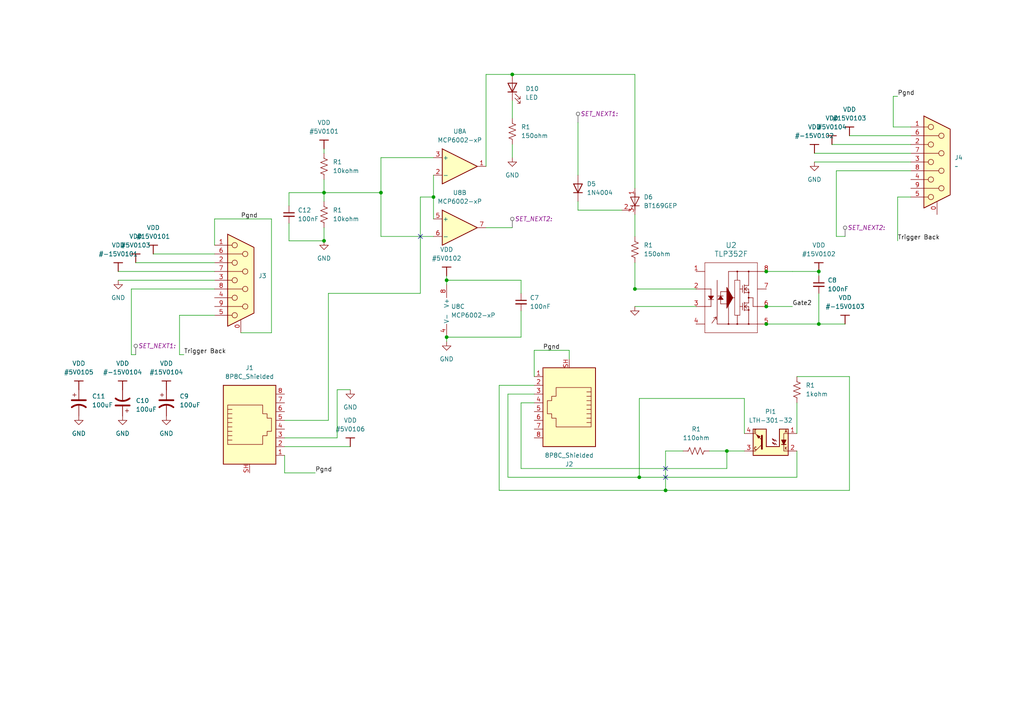
<source format=kicad_sch>
(kicad_sch (version 20230121) (generator eeschema)

  (uuid 97f16cdf-55f2-4434-b5bc-c7c5e9e12516)

  (paper "A4")

  (lib_symbols
    (symbol "Adafruit_0.56_7-Segment_QT-altium-import:VDD" (power) (in_bom yes) (on_board yes)
      (property "Reference" "#PWR" (at 0 0 0)
        (effects (font (size 1.27 1.27)))
      )
      (property "Value" "VDD" (at 0 3.81 0)
        (effects (font (size 1.27 1.27)))
      )
      (property "Footprint" "" (at 0 0 0)
        (effects (font (size 1.27 1.27)) hide)
      )
      (property "Datasheet" "" (at 0 0 0)
        (effects (font (size 1.27 1.27)) hide)
      )
      (property "ki_keywords" "power-flag" (at 0 0 0)
        (effects (font (size 1.27 1.27)) hide)
      )
      (property "ki_description" "Power symbol creates a global label with name 'VDD'" (at 0 0 0)
        (effects (font (size 1.27 1.27)) hide)
      )
      (symbol "VDD_0_0"
        (polyline
          (pts
            (xy -1.27 -2.54)
            (xy 1.27 -2.54)
          )
          (stroke (width 0.254) (type solid))
          (fill (type none))
        )
        (polyline
          (pts
            (xy 0 0)
            (xy 0 -2.54)
          )
          (stroke (width 0.254) (type solid))
          (fill (type none))
        )
        (pin power_in line (at 0 0 0) (length 0) hide
          (name "VDD" (effects (font (size 1.27 1.27))))
          (number "" (effects (font (size 1.27 1.27))))
        )
      )
    )
    (symbol "Amplifier_Operational:MCP6002-xP" (pin_names (offset 0.127)) (in_bom yes) (on_board yes)
      (property "Reference" "U" (at 0 5.08 0)
        (effects (font (size 1.27 1.27)) (justify left))
      )
      (property "Value" "MCP6002-xP" (at 0 -5.08 0)
        (effects (font (size 1.27 1.27)) (justify left))
      )
      (property "Footprint" "" (at 0 0 0)
        (effects (font (size 1.27 1.27)) hide)
      )
      (property "Datasheet" "http://ww1.microchip.com/downloads/en/DeviceDoc/21733j.pdf" (at 0 0 0)
        (effects (font (size 1.27 1.27)) hide)
      )
      (property "ki_locked" "" (at 0 0 0)
        (effects (font (size 1.27 1.27)))
      )
      (property "ki_keywords" "dual opamp" (at 0 0 0)
        (effects (font (size 1.27 1.27)) hide)
      )
      (property "ki_description" "1MHz, Low-Power Op Amp, DIP-8" (at 0 0 0)
        (effects (font (size 1.27 1.27)) hide)
      )
      (property "ki_fp_filters" "SOIC*3.9x4.9mm*P1.27mm* DIP*W7.62mm* TO*99* OnSemi*Micro8* TSSOP*3x3mm*P0.65mm* TSSOP*4.4x3mm*P0.65mm* MSOP*3x3mm*P0.65mm* SSOP*3.9x4.9mm*P0.635mm* LFCSP*2x2mm*P0.5mm* *SIP* SOIC*5.3x6.2mm*P1.27mm*" (at 0 0 0)
        (effects (font (size 1.27 1.27)) hide)
      )
      (symbol "MCP6002-xP_1_1"
        (polyline
          (pts
            (xy -5.08 5.08)
            (xy 5.08 0)
            (xy -5.08 -5.08)
            (xy -5.08 5.08)
          )
          (stroke (width 0.254) (type default))
          (fill (type background))
        )
        (pin output line (at 7.62 0 180) (length 2.54)
          (name "~" (effects (font (size 1.27 1.27))))
          (number "1" (effects (font (size 1.27 1.27))))
        )
        (pin input line (at -7.62 -2.54 0) (length 2.54)
          (name "-" (effects (font (size 1.27 1.27))))
          (number "2" (effects (font (size 1.27 1.27))))
        )
        (pin input line (at -7.62 2.54 0) (length 2.54)
          (name "+" (effects (font (size 1.27 1.27))))
          (number "3" (effects (font (size 1.27 1.27))))
        )
      )
      (symbol "MCP6002-xP_2_1"
        (polyline
          (pts
            (xy -5.08 5.08)
            (xy 5.08 0)
            (xy -5.08 -5.08)
            (xy -5.08 5.08)
          )
          (stroke (width 0.254) (type default))
          (fill (type background))
        )
        (pin input line (at -7.62 2.54 0) (length 2.54)
          (name "+" (effects (font (size 1.27 1.27))))
          (number "5" (effects (font (size 1.27 1.27))))
        )
        (pin input line (at -7.62 -2.54 0) (length 2.54)
          (name "-" (effects (font (size 1.27 1.27))))
          (number "6" (effects (font (size 1.27 1.27))))
        )
        (pin output line (at 7.62 0 180) (length 2.54)
          (name "~" (effects (font (size 1.27 1.27))))
          (number "7" (effects (font (size 1.27 1.27))))
        )
      )
      (symbol "MCP6002-xP_3_1"
        (pin power_in line (at -2.54 -7.62 90) (length 3.81)
          (name "V-" (effects (font (size 1.27 1.27))))
          (number "4" (effects (font (size 1.27 1.27))))
        )
        (pin power_in line (at -2.54 7.62 270) (length 3.81)
          (name "V+" (effects (font (size 1.27 1.27))))
          (number "8" (effects (font (size 1.27 1.27))))
        )
      )
    )
    (symbol "Connector:8P8C_Shielded" (pin_names (offset 1.016)) (in_bom yes) (on_board yes)
      (property "Reference" "J" (at -5.08 13.97 0)
        (effects (font (size 1.27 1.27)) (justify right))
      )
      (property "Value" "8P8C_Shielded" (at 2.54 13.97 0)
        (effects (font (size 1.27 1.27)) (justify left))
      )
      (property "Footprint" "" (at 0 0.635 90)
        (effects (font (size 1.27 1.27)) hide)
      )
      (property "Datasheet" "~" (at 0 0.635 90)
        (effects (font (size 1.27 1.27)) hide)
      )
      (property "ki_keywords" "8P8C RJ socket connector" (at 0 0 0)
        (effects (font (size 1.27 1.27)) hide)
      )
      (property "ki_description" "RJ connector, 8P8C (8 positions 8 connected), RJ31/RJ32/RJ33/RJ34/RJ35/RJ41/RJ45/RJ49/RJ61, Shielded" (at 0 0 0)
        (effects (font (size 1.27 1.27)) hide)
      )
      (property "ki_fp_filters" "8P8C* RJ31* RJ32* RJ33* RJ34* RJ35* RJ41* RJ45* RJ49* RJ61*" (at 0 0 0)
        (effects (font (size 1.27 1.27)) hide)
      )
      (symbol "8P8C_Shielded_0_1"
        (polyline
          (pts
            (xy -5.08 4.445)
            (xy -6.35 4.445)
          )
          (stroke (width 0) (type default))
          (fill (type none))
        )
        (polyline
          (pts
            (xy -5.08 5.715)
            (xy -6.35 5.715)
          )
          (stroke (width 0) (type default))
          (fill (type none))
        )
        (polyline
          (pts
            (xy -6.35 -3.175)
            (xy -5.08 -3.175)
            (xy -5.08 -3.175)
          )
          (stroke (width 0) (type default))
          (fill (type none))
        )
        (polyline
          (pts
            (xy -6.35 -1.905)
            (xy -5.08 -1.905)
            (xy -5.08 -1.905)
          )
          (stroke (width 0) (type default))
          (fill (type none))
        )
        (polyline
          (pts
            (xy -6.35 -0.635)
            (xy -5.08 -0.635)
            (xy -5.08 -0.635)
          )
          (stroke (width 0) (type default))
          (fill (type none))
        )
        (polyline
          (pts
            (xy -6.35 0.635)
            (xy -5.08 0.635)
            (xy -5.08 0.635)
          )
          (stroke (width 0) (type default))
          (fill (type none))
        )
        (polyline
          (pts
            (xy -6.35 1.905)
            (xy -5.08 1.905)
            (xy -5.08 1.905)
          )
          (stroke (width 0) (type default))
          (fill (type none))
        )
        (polyline
          (pts
            (xy -5.08 3.175)
            (xy -6.35 3.175)
            (xy -6.35 3.175)
          )
          (stroke (width 0) (type default))
          (fill (type none))
        )
        (polyline
          (pts
            (xy -6.35 -4.445)
            (xy -6.35 6.985)
            (xy 3.81 6.985)
            (xy 3.81 4.445)
            (xy 5.08 4.445)
            (xy 5.08 3.175)
            (xy 6.35 3.175)
            (xy 6.35 -0.635)
            (xy 5.08 -0.635)
            (xy 5.08 -1.905)
            (xy 3.81 -1.905)
            (xy 3.81 -4.445)
            (xy -6.35 -4.445)
            (xy -6.35 -4.445)
          )
          (stroke (width 0) (type default))
          (fill (type none))
        )
        (rectangle (start 7.62 12.7) (end -7.62 -10.16)
          (stroke (width 0.254) (type default))
          (fill (type background))
        )
      )
      (symbol "8P8C_Shielded_1_1"
        (pin passive line (at 10.16 -7.62 180) (length 2.54)
          (name "~" (effects (font (size 1.27 1.27))))
          (number "1" (effects (font (size 1.27 1.27))))
        )
        (pin passive line (at 10.16 -5.08 180) (length 2.54)
          (name "~" (effects (font (size 1.27 1.27))))
          (number "2" (effects (font (size 1.27 1.27))))
        )
        (pin passive line (at 10.16 -2.54 180) (length 2.54)
          (name "~" (effects (font (size 1.27 1.27))))
          (number "3" (effects (font (size 1.27 1.27))))
        )
        (pin passive line (at 10.16 0 180) (length 2.54)
          (name "~" (effects (font (size 1.27 1.27))))
          (number "4" (effects (font (size 1.27 1.27))))
        )
        (pin passive line (at 10.16 2.54 180) (length 2.54)
          (name "~" (effects (font (size 1.27 1.27))))
          (number "5" (effects (font (size 1.27 1.27))))
        )
        (pin passive line (at 10.16 5.08 180) (length 2.54)
          (name "~" (effects (font (size 1.27 1.27))))
          (number "6" (effects (font (size 1.27 1.27))))
        )
        (pin passive line (at 10.16 7.62 180) (length 2.54)
          (name "~" (effects (font (size 1.27 1.27))))
          (number "7" (effects (font (size 1.27 1.27))))
        )
        (pin passive line (at 10.16 10.16 180) (length 2.54)
          (name "~" (effects (font (size 1.27 1.27))))
          (number "8" (effects (font (size 1.27 1.27))))
        )
        (pin passive line (at 0 -12.7 90) (length 2.54)
          (name "~" (effects (font (size 1.27 1.27))))
          (number "SH" (effects (font (size 1.27 1.27))))
        )
      )
    )
    (symbol "Connector:DE9_Receptacle_MountingHoles" (pin_names (offset 1.016) hide) (in_bom yes) (on_board yes)
      (property "Reference" "J" (at 0 16.51 0)
        (effects (font (size 1.27 1.27)))
      )
      (property "Value" "DE9_Receptacle_MountingHoles" (at 0 14.605 0)
        (effects (font (size 1.27 1.27)))
      )
      (property "Footprint" "" (at 0 0 0)
        (effects (font (size 1.27 1.27)) hide)
      )
      (property "Datasheet" " ~" (at 0 0 0)
        (effects (font (size 1.27 1.27)) hide)
      )
      (property "ki_keywords" "connector receptacle female D-SUB DB9" (at 0 0 0)
        (effects (font (size 1.27 1.27)) hide)
      )
      (property "ki_description" "9-pin female receptacle socket D-SUB connector, Mounting Hole" (at 0 0 0)
        (effects (font (size 1.27 1.27)) hide)
      )
      (property "ki_fp_filters" "DSUB*Female*" (at 0 0 0)
        (effects (font (size 1.27 1.27)) hide)
      )
      (symbol "DE9_Receptacle_MountingHoles_0_1"
        (circle (center -1.778 -10.16) (radius 0.762)
          (stroke (width 0) (type default))
          (fill (type none))
        )
        (circle (center -1.778 -5.08) (radius 0.762)
          (stroke (width 0) (type default))
          (fill (type none))
        )
        (circle (center -1.778 0) (radius 0.762)
          (stroke (width 0) (type default))
          (fill (type none))
        )
        (circle (center -1.778 5.08) (radius 0.762)
          (stroke (width 0) (type default))
          (fill (type none))
        )
        (circle (center -1.778 10.16) (radius 0.762)
          (stroke (width 0) (type default))
          (fill (type none))
        )
        (polyline
          (pts
            (xy -3.81 -10.16)
            (xy -2.54 -10.16)
          )
          (stroke (width 0) (type default))
          (fill (type none))
        )
        (polyline
          (pts
            (xy -3.81 -7.62)
            (xy 0.508 -7.62)
          )
          (stroke (width 0) (type default))
          (fill (type none))
        )
        (polyline
          (pts
            (xy -3.81 -5.08)
            (xy -2.54 -5.08)
          )
          (stroke (width 0) (type default))
          (fill (type none))
        )
        (polyline
          (pts
            (xy -3.81 -2.54)
            (xy 0.508 -2.54)
          )
          (stroke (width 0) (type default))
          (fill (type none))
        )
        (polyline
          (pts
            (xy -3.81 0)
            (xy -2.54 0)
          )
          (stroke (width 0) (type default))
          (fill (type none))
        )
        (polyline
          (pts
            (xy -3.81 2.54)
            (xy 0.508 2.54)
          )
          (stroke (width 0) (type default))
          (fill (type none))
        )
        (polyline
          (pts
            (xy -3.81 5.08)
            (xy -2.54 5.08)
          )
          (stroke (width 0) (type default))
          (fill (type none))
        )
        (polyline
          (pts
            (xy -3.81 7.62)
            (xy 0.508 7.62)
          )
          (stroke (width 0) (type default))
          (fill (type none))
        )
        (polyline
          (pts
            (xy -3.81 10.16)
            (xy -2.54 10.16)
          )
          (stroke (width 0) (type default))
          (fill (type none))
        )
        (polyline
          (pts
            (xy -3.81 13.335)
            (xy -3.81 -13.335)
            (xy 3.81 -9.525)
            (xy 3.81 9.525)
            (xy -3.81 13.335)
          )
          (stroke (width 0.254) (type default))
          (fill (type background))
        )
        (circle (center 1.27 -7.62) (radius 0.762)
          (stroke (width 0) (type default))
          (fill (type none))
        )
        (circle (center 1.27 -2.54) (radius 0.762)
          (stroke (width 0) (type default))
          (fill (type none))
        )
        (circle (center 1.27 2.54) (radius 0.762)
          (stroke (width 0) (type default))
          (fill (type none))
        )
        (circle (center 1.27 7.62) (radius 0.762)
          (stroke (width 0) (type default))
          (fill (type none))
        )
      )
      (symbol "DE9_Receptacle_MountingHoles_1_1"
        (pin passive line (at 0 -15.24 90) (length 3.81)
          (name "PAD" (effects (font (size 1.27 1.27))))
          (number "0" (effects (font (size 1.27 1.27))))
        )
        (pin passive line (at -7.62 10.16 0) (length 3.81)
          (name "1" (effects (font (size 1.27 1.27))))
          (number "1" (effects (font (size 1.27 1.27))))
        )
        (pin passive line (at -7.62 5.08 0) (length 3.81)
          (name "2" (effects (font (size 1.27 1.27))))
          (number "2" (effects (font (size 1.27 1.27))))
        )
        (pin passive line (at -7.62 0 0) (length 3.81)
          (name "3" (effects (font (size 1.27 1.27))))
          (number "3" (effects (font (size 1.27 1.27))))
        )
        (pin passive line (at -7.62 -5.08 0) (length 3.81)
          (name "4" (effects (font (size 1.27 1.27))))
          (number "4" (effects (font (size 1.27 1.27))))
        )
        (pin passive line (at -7.62 -10.16 0) (length 3.81)
          (name "5" (effects (font (size 1.27 1.27))))
          (number "5" (effects (font (size 1.27 1.27))))
        )
        (pin passive line (at -7.62 7.62 0) (length 3.81)
          (name "6" (effects (font (size 1.27 1.27))))
          (number "6" (effects (font (size 1.27 1.27))))
        )
        (pin passive line (at -7.62 2.54 0) (length 3.81)
          (name "7" (effects (font (size 1.27 1.27))))
          (number "7" (effects (font (size 1.27 1.27))))
        )
        (pin passive line (at -7.62 -2.54 0) (length 3.81)
          (name "8" (effects (font (size 1.27 1.27))))
          (number "8" (effects (font (size 1.27 1.27))))
        )
        (pin passive line (at -7.62 -7.62 0) (length 3.81)
          (name "9" (effects (font (size 1.27 1.27))))
          (number "9" (effects (font (size 1.27 1.27))))
        )
      )
    )
    (symbol "Device:C_Polarized_US" (pin_numbers hide) (pin_names (offset 0.254) hide) (in_bom yes) (on_board yes)
      (property "Reference" "C" (at 0.635 2.54 0)
        (effects (font (size 1.27 1.27)) (justify left))
      )
      (property "Value" "C_Polarized_US" (at 0.635 -2.54 0)
        (effects (font (size 1.27 1.27)) (justify left))
      )
      (property "Footprint" "" (at 0 0 0)
        (effects (font (size 1.27 1.27)) hide)
      )
      (property "Datasheet" "~" (at 0 0 0)
        (effects (font (size 1.27 1.27)) hide)
      )
      (property "ki_keywords" "cap capacitor" (at 0 0 0)
        (effects (font (size 1.27 1.27)) hide)
      )
      (property "ki_description" "Polarized capacitor, US symbol" (at 0 0 0)
        (effects (font (size 1.27 1.27)) hide)
      )
      (property "ki_fp_filters" "CP_*" (at 0 0 0)
        (effects (font (size 1.27 1.27)) hide)
      )
      (symbol "C_Polarized_US_0_1"
        (polyline
          (pts
            (xy -2.032 0.762)
            (xy 2.032 0.762)
          )
          (stroke (width 0.508) (type default))
          (fill (type none))
        )
        (polyline
          (pts
            (xy -1.778 2.286)
            (xy -0.762 2.286)
          )
          (stroke (width 0) (type default))
          (fill (type none))
        )
        (polyline
          (pts
            (xy -1.27 1.778)
            (xy -1.27 2.794)
          )
          (stroke (width 0) (type default))
          (fill (type none))
        )
        (arc (start 2.032 -1.27) (mid 0 -0.5572) (end -2.032 -1.27)
          (stroke (width 0.508) (type default))
          (fill (type none))
        )
      )
      (symbol "C_Polarized_US_1_1"
        (pin passive line (at 0 3.81 270) (length 2.794)
          (name "~" (effects (font (size 1.27 1.27))))
          (number "1" (effects (font (size 1.27 1.27))))
        )
        (pin passive line (at 0 -3.81 90) (length 3.302)
          (name "~" (effects (font (size 1.27 1.27))))
          (number "2" (effects (font (size 1.27 1.27))))
        )
      )
    )
    (symbol "Device:C_Small" (pin_numbers hide) (pin_names (offset 0.254) hide) (in_bom yes) (on_board yes)
      (property "Reference" "C" (at 0.254 1.778 0)
        (effects (font (size 1.27 1.27)) (justify left))
      )
      (property "Value" "C_Small" (at 0.254 -2.032 0)
        (effects (font (size 1.27 1.27)) (justify left))
      )
      (property "Footprint" "" (at 0 0 0)
        (effects (font (size 1.27 1.27)) hide)
      )
      (property "Datasheet" "~" (at 0 0 0)
        (effects (font (size 1.27 1.27)) hide)
      )
      (property "ki_keywords" "capacitor cap" (at 0 0 0)
        (effects (font (size 1.27 1.27)) hide)
      )
      (property "ki_description" "Unpolarized capacitor, small symbol" (at 0 0 0)
        (effects (font (size 1.27 1.27)) hide)
      )
      (property "ki_fp_filters" "C_*" (at 0 0 0)
        (effects (font (size 1.27 1.27)) hide)
      )
      (symbol "C_Small_0_1"
        (polyline
          (pts
            (xy -1.524 -0.508)
            (xy 1.524 -0.508)
          )
          (stroke (width 0.3302) (type default))
          (fill (type none))
        )
        (polyline
          (pts
            (xy -1.524 0.508)
            (xy 1.524 0.508)
          )
          (stroke (width 0.3048) (type default))
          (fill (type none))
        )
      )
      (symbol "C_Small_1_1"
        (pin passive line (at 0 2.54 270) (length 2.032)
          (name "~" (effects (font (size 1.27 1.27))))
          (number "1" (effects (font (size 1.27 1.27))))
        )
        (pin passive line (at 0 -2.54 90) (length 2.032)
          (name "~" (effects (font (size 1.27 1.27))))
          (number "2" (effects (font (size 1.27 1.27))))
        )
      )
    )
    (symbol "Device:LED" (pin_numbers hide) (pin_names (offset 1.016) hide) (in_bom yes) (on_board yes)
      (property "Reference" "D" (at 0 2.54 0)
        (effects (font (size 1.27 1.27)))
      )
      (property "Value" "LED" (at 0 -2.54 0)
        (effects (font (size 1.27 1.27)))
      )
      (property "Footprint" "" (at 0 0 0)
        (effects (font (size 1.27 1.27)) hide)
      )
      (property "Datasheet" "~" (at 0 0 0)
        (effects (font (size 1.27 1.27)) hide)
      )
      (property "ki_keywords" "LED diode" (at 0 0 0)
        (effects (font (size 1.27 1.27)) hide)
      )
      (property "ki_description" "Light emitting diode" (at 0 0 0)
        (effects (font (size 1.27 1.27)) hide)
      )
      (property "ki_fp_filters" "LED* LED_SMD:* LED_THT:*" (at 0 0 0)
        (effects (font (size 1.27 1.27)) hide)
      )
      (symbol "LED_0_1"
        (polyline
          (pts
            (xy -1.27 -1.27)
            (xy -1.27 1.27)
          )
          (stroke (width 0.254) (type default))
          (fill (type none))
        )
        (polyline
          (pts
            (xy -1.27 0)
            (xy 1.27 0)
          )
          (stroke (width 0) (type default))
          (fill (type none))
        )
        (polyline
          (pts
            (xy 1.27 -1.27)
            (xy 1.27 1.27)
            (xy -1.27 0)
            (xy 1.27 -1.27)
          )
          (stroke (width 0.254) (type default))
          (fill (type none))
        )
        (polyline
          (pts
            (xy -3.048 -0.762)
            (xy -4.572 -2.286)
            (xy -3.81 -2.286)
            (xy -4.572 -2.286)
            (xy -4.572 -1.524)
          )
          (stroke (width 0) (type default))
          (fill (type none))
        )
        (polyline
          (pts
            (xy -1.778 -0.762)
            (xy -3.302 -2.286)
            (xy -2.54 -2.286)
            (xy -3.302 -2.286)
            (xy -3.302 -1.524)
          )
          (stroke (width 0) (type default))
          (fill (type none))
        )
      )
      (symbol "LED_1_1"
        (pin passive line (at -3.81 0 0) (length 2.54)
          (name "K" (effects (font (size 1.27 1.27))))
          (number "1" (effects (font (size 1.27 1.27))))
        )
        (pin passive line (at 3.81 0 180) (length 2.54)
          (name "A" (effects (font (size 1.27 1.27))))
          (number "2" (effects (font (size 1.27 1.27))))
        )
      )
    )
    (symbol "Device:Q_SCR_AGK" (pin_names (offset 0) hide) (in_bom yes) (on_board yes)
      (property "Reference" "D" (at 1.905 0.635 0)
        (effects (font (size 1.27 1.27)) (justify left))
      )
      (property "Value" "Q_SCR_AGK" (at 1.905 -1.27 0)
        (effects (font (size 1.27 1.27)) (justify left))
      )
      (property "Footprint" "" (at 0 0 90)
        (effects (font (size 1.27 1.27)) hide)
      )
      (property "Datasheet" "~" (at 0 0 90)
        (effects (font (size 1.27 1.27)) hide)
      )
      (property "ki_keywords" "SCR thyristor" (at 0 0 0)
        (effects (font (size 1.27 1.27)) hide)
      )
      (property "ki_description" "Silicon controlled rectifier, anode/gate/cathode" (at 0 0 0)
        (effects (font (size 1.27 1.27)) hide)
      )
      (symbol "Q_SCR_AGK_0_1"
        (polyline
          (pts
            (xy -1.27 -2.54)
            (xy -0.635 -1.27)
          )
          (stroke (width 0) (type default))
          (fill (type none))
        )
        (polyline
          (pts
            (xy -1.27 -1.27)
            (xy 1.27 -1.27)
          )
          (stroke (width 0.2032) (type default))
          (fill (type none))
        )
        (polyline
          (pts
            (xy 0 -2.54)
            (xy 0 2.54)
          )
          (stroke (width 0) (type default))
          (fill (type none))
        )
        (polyline
          (pts
            (xy -1.27 1.27)
            (xy 1.27 1.27)
            (xy 0 -1.27)
            (xy -1.27 1.27)
          )
          (stroke (width 0.2032) (type default))
          (fill (type none))
        )
      )
      (symbol "Q_SCR_AGK_1_1"
        (pin passive line (at 0 3.81 270) (length 2.54)
          (name "A" (effects (font (size 1.27 1.27))))
          (number "1" (effects (font (size 1.27 1.27))))
        )
        (pin input line (at -3.81 -2.54 0) (length 2.54)
          (name "G" (effects (font (size 1.27 1.27))))
          (number "2" (effects (font (size 1.27 1.27))))
        )
        (pin passive line (at 0 -3.81 90) (length 2.54)
          (name "K" (effects (font (size 1.27 1.27))))
          (number "3" (effects (font (size 1.27 1.27))))
        )
      )
    )
    (symbol "Device:R_US" (pin_numbers hide) (pin_names (offset 0)) (in_bom yes) (on_board yes)
      (property "Reference" "R" (at 2.54 0 90)
        (effects (font (size 1.27 1.27)))
      )
      (property "Value" "R_US" (at -2.54 0 90)
        (effects (font (size 1.27 1.27)))
      )
      (property "Footprint" "" (at 1.016 -0.254 90)
        (effects (font (size 1.27 1.27)) hide)
      )
      (property "Datasheet" "~" (at 0 0 0)
        (effects (font (size 1.27 1.27)) hide)
      )
      (property "ki_keywords" "R res resistor" (at 0 0 0)
        (effects (font (size 1.27 1.27)) hide)
      )
      (property "ki_description" "Resistor, US symbol" (at 0 0 0)
        (effects (font (size 1.27 1.27)) hide)
      )
      (property "ki_fp_filters" "R_*" (at 0 0 0)
        (effects (font (size 1.27 1.27)) hide)
      )
      (symbol "R_US_0_1"
        (polyline
          (pts
            (xy 0 -2.286)
            (xy 0 -2.54)
          )
          (stroke (width 0) (type default))
          (fill (type none))
        )
        (polyline
          (pts
            (xy 0 2.286)
            (xy 0 2.54)
          )
          (stroke (width 0) (type default))
          (fill (type none))
        )
        (polyline
          (pts
            (xy 0 -0.762)
            (xy 1.016 -1.143)
            (xy 0 -1.524)
            (xy -1.016 -1.905)
            (xy 0 -2.286)
          )
          (stroke (width 0) (type default))
          (fill (type none))
        )
        (polyline
          (pts
            (xy 0 0.762)
            (xy 1.016 0.381)
            (xy 0 0)
            (xy -1.016 -0.381)
            (xy 0 -0.762)
          )
          (stroke (width 0) (type default))
          (fill (type none))
        )
        (polyline
          (pts
            (xy 0 2.286)
            (xy 1.016 1.905)
            (xy 0 1.524)
            (xy -1.016 1.143)
            (xy 0 0.762)
          )
          (stroke (width 0) (type default))
          (fill (type none))
        )
      )
      (symbol "R_US_1_1"
        (pin passive line (at 0 3.81 270) (length 1.27)
          (name "~" (effects (font (size 1.27 1.27))))
          (number "1" (effects (font (size 1.27 1.27))))
        )
        (pin passive line (at 0 -3.81 90) (length 1.27)
          (name "~" (effects (font (size 1.27 1.27))))
          (number "2" (effects (font (size 1.27 1.27))))
        )
      )
    )
    (symbol "Diode:1N914" (pin_numbers hide) (pin_names hide) (in_bom yes) (on_board yes)
      (property "Reference" "D" (at 0 2.54 0)
        (effects (font (size 1.27 1.27)))
      )
      (property "Value" "1N914" (at 0 -2.54 0)
        (effects (font (size 1.27 1.27)))
      )
      (property "Footprint" "Diode_THT:D_DO-35_SOD27_P7.62mm_Horizontal" (at 0 -4.445 0)
        (effects (font (size 1.27 1.27)) hide)
      )
      (property "Datasheet" "http://www.vishay.com/docs/85622/1n914.pdf" (at 0 0 0)
        (effects (font (size 1.27 1.27)) hide)
      )
      (property "Sim.Device" "D" (at 0 0 0)
        (effects (font (size 1.27 1.27)) hide)
      )
      (property "Sim.Pins" "1=K 2=A" (at 0 0 0)
        (effects (font (size 1.27 1.27)) hide)
      )
      (property "ki_keywords" "diode" (at 0 0 0)
        (effects (font (size 1.27 1.27)) hide)
      )
      (property "ki_description" "100V 0.3A Small Signal Fast Switching Diode, DO-35" (at 0 0 0)
        (effects (font (size 1.27 1.27)) hide)
      )
      (property "ki_fp_filters" "D*DO?35*" (at 0 0 0)
        (effects (font (size 1.27 1.27)) hide)
      )
      (symbol "1N914_0_1"
        (polyline
          (pts
            (xy -1.27 1.27)
            (xy -1.27 -1.27)
          )
          (stroke (width 0.254) (type default))
          (fill (type none))
        )
        (polyline
          (pts
            (xy 1.27 0)
            (xy -1.27 0)
          )
          (stroke (width 0) (type default))
          (fill (type none))
        )
        (polyline
          (pts
            (xy 1.27 1.27)
            (xy 1.27 -1.27)
            (xy -1.27 0)
            (xy 1.27 1.27)
          )
          (stroke (width 0.254) (type default))
          (fill (type none))
        )
      )
      (symbol "1N914_1_1"
        (pin passive line (at -3.81 0 0) (length 2.54)
          (name "K" (effects (font (size 1.27 1.27))))
          (number "1" (effects (font (size 1.27 1.27))))
        )
        (pin passive line (at 3.81 0 180) (length 2.54)
          (name "A" (effects (font (size 1.27 1.27))))
          (number "2" (effects (font (size 1.27 1.27))))
        )
      )
    )
    (symbol "Sensor_Proximity:ITR9608-F" (in_bom yes) (on_board yes)
      (property "Reference" "U" (at -5.08 5.08 0)
        (effects (font (size 1.27 1.27)) (justify left))
      )
      (property "Value" "ITR9608-F" (at 0 -5.08 0)
        (effects (font (size 1.27 1.27)))
      )
      (property "Footprint" "OptoDevice:Everlight_ITR9608-F" (at 0 -6.35 0)
        (effects (font (size 1.27 1.27) italic) hide)
      )
      (property "Datasheet" "https://everlighteurope.com/index.php?controller=attachment&id_attachment=5389" (at -1.27 6.35 0)
        (effects (font (size 1.27 1.27)) hide)
      )
      (property "ki_keywords" "Photointerrupter opto interrupter infrared LED fast response time infrared 940nm 5mm gap" (at 0 0 0)
        (effects (font (size 1.27 1.27)) hide)
      )
      (property "ki_description" "Photointerrupter infrared LED with photo IC, -25 to +85 degree Celsius" (at 0 0 0)
        (effects (font (size 1.27 1.27)) hide)
      )
      (property "ki_fp_filters" "*ITR9608*" (at 0 0 0)
        (effects (font (size 1.27 1.27)) hide)
      )
      (symbol "ITR9608-F_0_0"
        (text "A" (at -4.445 3.175 0)
          (effects (font (size 0.762 0.762)))
        )
        (text "C" (at 4.445 -1.778 0)
          (effects (font (size 0.762 0.762)))
        )
        (text "E" (at 4.445 3.175 0)
          (effects (font (size 0.762 0.762)))
        )
        (text "K" (at -4.445 -1.778 0)
          (effects (font (size 0.762 0.762)))
        )
      )
      (symbol "ITR9608-F_0_1"
        (polyline
          (pts
            (xy -4.445 -0.635)
            (xy -3.175 -0.635)
          )
          (stroke (width 0.254) (type default))
          (fill (type none))
        )
        (polyline
          (pts
            (xy 2.54 -0.635)
            (xy 4.445 -2.54)
          )
          (stroke (width 0) (type default))
          (fill (type none))
        )
        (polyline
          (pts
            (xy 4.445 -2.54)
            (xy 5.08 -2.54)
          )
          (stroke (width 0) (type default))
          (fill (type none))
        )
        (polyline
          (pts
            (xy 4.445 2.54)
            (xy 2.54 0.635)
          )
          (stroke (width 0) (type default))
          (fill (type outline))
        )
        (polyline
          (pts
            (xy 4.445 2.54)
            (xy 5.08 2.54)
          )
          (stroke (width 0) (type default))
          (fill (type none))
        )
        (polyline
          (pts
            (xy -5.08 -2.54)
            (xy -3.81 -2.54)
            (xy -3.81 -0.635)
          )
          (stroke (width 0) (type default))
          (fill (type none))
        )
        (polyline
          (pts
            (xy -5.08 2.54)
            (xy -3.81 2.54)
            (xy -3.81 0.635)
          )
          (stroke (width 0) (type default))
          (fill (type none))
        )
        (polyline
          (pts
            (xy 2.54 -1.905)
            (xy 2.54 1.905)
            (xy 2.54 1.905)
          )
          (stroke (width 0.508) (type default))
          (fill (type none))
        )
        (polyline
          (pts
            (xy -3.81 -0.635)
            (xy -4.445 0.635)
            (xy -3.175 0.635)
            (xy -3.81 -0.635)
          )
          (stroke (width 0.254) (type default))
          (fill (type outline))
        )
        (polyline
          (pts
            (xy -1.778 0.254)
            (xy -1.2446 0.762)
            (xy -1.2446 0.254)
            (xy -0.4826 1.016)
          )
          (stroke (width 0) (type default))
          (fill (type none))
        )
        (polyline
          (pts
            (xy -0.4826 1.016)
            (xy -0.9906 0.762)
            (xy -0.7366 0.508)
            (xy -0.4826 1.016)
          )
          (stroke (width 0) (type default))
          (fill (type none))
        )
        (polyline
          (pts
            (xy 3.048 1.651)
            (xy 3.556 1.143)
            (xy 4.064 2.159)
            (xy 3.048 1.651)
            (xy 3.048 1.651)
          )
          (stroke (width 0) (type default))
          (fill (type outline))
        )
        (polyline
          (pts
            (xy -1.778 -0.762)
            (xy -1.2446 -0.254)
            (xy -1.2446 -0.762)
            (xy -0.4826 0)
            (xy -0.9906 -0.254)
            (xy -0.7366 -0.508)
            (xy -0.4826 0)
          )
          (stroke (width 0) (type default))
          (fill (type none))
        )
        (polyline
          (pts
            (xy -5.08 3.81)
            (xy -5.08 -3.81)
            (xy 5.08 -3.81)
            (xy 5.08 3.81)
            (xy 1.27 3.81)
            (xy 1.27 -1.27)
            (xy -2.54 -1.27)
            (xy -2.54 3.81)
            (xy -5.08 3.81)
          )
          (stroke (width 0.254) (type default))
          (fill (type background))
        )
      )
      (symbol "ITR9608-F_1_1"
        (pin passive line (at -7.62 2.54 0) (length 2.54)
          (name "~" (effects (font (size 1.27 1.27))))
          (number "1" (effects (font (size 1.27 1.27))))
        )
        (pin passive line (at -7.62 -2.54 0) (length 2.54)
          (name "~" (effects (font (size 1.27 1.27))))
          (number "2" (effects (font (size 1.27 1.27))))
        )
        (pin open_collector line (at 7.62 -2.54 180) (length 2.54)
          (name "~" (effects (font (size 1.27 1.27))))
          (number "3" (effects (font (size 1.27 1.27))))
        )
        (pin open_emitter line (at 7.62 2.54 180) (length 2.54)
          (name "~" (effects (font (size 1.27 1.27))))
          (number "4" (effects (font (size 1.27 1.27))))
        )
      )
    )
    (symbol "TLP532(F):TLP352F" (pin_names (offset 0.254)) (in_bom yes) (on_board yes)
      (property "Reference" "U3" (at 7.62 5.08 0)
        (effects (font (size 1.524 1.524)))
      )
      (property "Value" "TLP352F" (at 7.62 2.54 0)
        (effects (font (size 1.524 1.524)))
      )
      (property "Footprint" "DIP8_TOS" (at -2.54 5.08 0)
        (effects (font (size 1.27 1.27) italic) hide)
      )
      (property "Datasheet" "TLP352F" (at -2.54 2.54 0)
        (effects (font (size 1.27 1.27) italic) hide)
      )
      (property "ki_locked" "" (at 0 0 0)
        (effects (font (size 1.27 1.27)))
      )
      (property "ki_keywords" "TLP352(F)" (at 0 0 0)
        (effects (font (size 1.27 1.27)) hide)
      )
      (property "ki_fp_filters" "DIP8_TOS" (at 0 0 0)
        (effects (font (size 1.27 1.27)) hide)
      )
      (symbol "TLP352F_0_1"
        (polyline
          (pts
            (xy -2.54 -17.78)
            (xy 0 -17.78)
          )
          (stroke (width 0) (type default))
          (fill (type none))
        )
        (polyline
          (pts
            (xy -2.54 -12.7)
            (xy 0 -12.7)
          )
          (stroke (width 0) (type default))
          (fill (type none))
        )
        (polyline
          (pts
            (xy -2.54 -7.62)
            (xy 0 -7.62)
          )
          (stroke (width 0) (type default))
          (fill (type none))
        )
        (polyline
          (pts
            (xy -2.54 -2.54)
            (xy 0 -2.54)
          )
          (stroke (width 0) (type default))
          (fill (type none))
        )
        (polyline
          (pts
            (xy 0 -20.32)
            (xy 0 0)
          )
          (stroke (width 0.127) (type default))
          (fill (type none))
        )
        (polyline
          (pts
            (xy 0 0)
            (xy 15.24 0)
          )
          (stroke (width 0.127) (type default))
          (fill (type none))
        )
        (polyline
          (pts
            (xy 1.016 -10.668)
            (xy 2.54 -10.668)
          )
          (stroke (width 0) (type default))
          (fill (type none))
        )
        (polyline
          (pts
            (xy 1.778 -12.7)
            (xy 0 -12.7)
          )
          (stroke (width 0) (type default))
          (fill (type none))
        )
        (polyline
          (pts
            (xy 1.778 -12.7)
            (xy 1.778 -10.668)
          )
          (stroke (width 0) (type default))
          (fill (type none))
        )
        (polyline
          (pts
            (xy 1.778 -7.62)
            (xy 0 -7.62)
          )
          (stroke (width 0) (type default))
          (fill (type none))
        )
        (polyline
          (pts
            (xy 1.778 -7.62)
            (xy 1.778 -9.652)
          )
          (stroke (width 0) (type default))
          (fill (type none))
        )
        (polyline
          (pts
            (xy 2.54 -16.002)
            (xy 3.302 -15.748)
          )
          (stroke (width 0) (type default))
          (fill (type none))
        )
        (polyline
          (pts
            (xy 3.302 -16.51)
            (xy 3.302 -15.748)
          )
          (stroke (width 0) (type default))
          (fill (type none))
        )
        (polyline
          (pts
            (xy 3.302 -15.748)
            (xy 2.032 -17.526)
          )
          (stroke (width 0) (type default))
          (fill (type none))
        )
        (polyline
          (pts
            (xy 3.556 -17.78)
            (xy 15.24 -17.78)
          )
          (stroke (width 0) (type default))
          (fill (type none))
        )
        (polyline
          (pts
            (xy 3.556 -5.08)
            (xy 3.556 -17.78)
          )
          (stroke (width 0) (type default))
          (fill (type none))
        )
        (polyline
          (pts
            (xy 3.81 -9.652)
            (xy 5.334 -9.652)
          )
          (stroke (width 0) (type default))
          (fill (type none))
        )
        (polyline
          (pts
            (xy 4.572 -11.938)
            (xy 6.35 -11.938)
          )
          (stroke (width 0) (type default))
          (fill (type none))
        )
        (polyline
          (pts
            (xy 4.572 -10.668)
            (xy 4.572 -11.938)
          )
          (stroke (width 0) (type default))
          (fill (type none))
        )
        (polyline
          (pts
            (xy 4.572 -9.652)
            (xy 4.572 -8.382)
          )
          (stroke (width 0) (type default))
          (fill (type none))
        )
        (polyline
          (pts
            (xy 4.572 -8.382)
            (xy 6.35 -8.382)
          )
          (stroke (width 0) (type default))
          (fill (type none))
        )
        (polyline
          (pts
            (xy 6.858 -17.78)
            (xy 6.858 -12.192)
          )
          (stroke (width 0) (type default))
          (fill (type none))
        )
        (polyline
          (pts
            (xy 6.858 -2.54)
            (xy 6.858 -8.128)
          )
          (stroke (width 0) (type default))
          (fill (type none))
        )
        (polyline
          (pts
            (xy 6.858 -2.54)
            (xy 15.24 -2.54)
          )
          (stroke (width 0) (type default))
          (fill (type none))
        )
        (polyline
          (pts
            (xy 8.128 -10.16)
            (xy 8.636 -10.16)
          )
          (stroke (width 0) (type default))
          (fill (type none))
        )
        (polyline
          (pts
            (xy 8.636 -15.24)
            (xy 8.636 -5.08)
          )
          (stroke (width 0.127) (type default))
          (fill (type none))
        )
        (polyline
          (pts
            (xy 8.636 -5.08)
            (xy 10.16 -5.08)
          )
          (stroke (width 0.127) (type default))
          (fill (type none))
        )
        (polyline
          (pts
            (xy 9.398 -15.24)
            (xy 9.398 -17.78)
          )
          (stroke (width 0) (type default))
          (fill (type none))
        )
        (polyline
          (pts
            (xy 9.398 -5.08)
            (xy 9.398 -2.54)
          )
          (stroke (width 0) (type default))
          (fill (type none))
        )
        (polyline
          (pts
            (xy 10.16 -15.24)
            (xy 8.636 -15.24)
          )
          (stroke (width 0.127) (type default))
          (fill (type none))
        )
        (polyline
          (pts
            (xy 10.16 -12.7)
            (xy 10.922 -12.7)
          )
          (stroke (width 0) (type default))
          (fill (type none))
        )
        (polyline
          (pts
            (xy 10.16 -7.62)
            (xy 10.922 -7.62)
          )
          (stroke (width 0) (type default))
          (fill (type none))
        )
        (polyline
          (pts
            (xy 10.16 -5.08)
            (xy 10.16 -15.24)
          )
          (stroke (width 0.127) (type default))
          (fill (type none))
        )
        (polyline
          (pts
            (xy 10.922 -11.684)
            (xy 10.922 -13.716)
          )
          (stroke (width 0) (type default))
          (fill (type none))
        )
        (polyline
          (pts
            (xy 10.922 -6.604)
            (xy 10.922 -8.636)
          )
          (stroke (width 0) (type default))
          (fill (type none))
        )
        (polyline
          (pts
            (xy 11.43 -13.716)
            (xy 12.7 -13.716)
          )
          (stroke (width 0) (type default))
          (fill (type none))
        )
        (polyline
          (pts
            (xy 11.43 -12.7)
            (xy 12.192 -13.208)
          )
          (stroke (width 0) (type default))
          (fill (type none))
        )
        (polyline
          (pts
            (xy 11.43 -12.7)
            (xy 12.192 -12.192)
          )
          (stroke (width 0) (type default))
          (fill (type none))
        )
        (polyline
          (pts
            (xy 11.43 -12.7)
            (xy 12.7 -12.7)
          )
          (stroke (width 0) (type default))
          (fill (type none))
        )
        (polyline
          (pts
            (xy 11.43 -11.684)
            (xy 12.7 -11.684)
          )
          (stroke (width 0) (type default))
          (fill (type none))
        )
        (polyline
          (pts
            (xy 11.43 -11.43)
            (xy 11.43 -13.97)
          )
          (stroke (width 0) (type default))
          (fill (type none))
        )
        (polyline
          (pts
            (xy 11.43 -8.636)
            (xy 12.7 -8.636)
          )
          (stroke (width 0) (type default))
          (fill (type none))
        )
        (polyline
          (pts
            (xy 11.43 -7.62)
            (xy 12.192 -8.128)
          )
          (stroke (width 0) (type default))
          (fill (type none))
        )
        (polyline
          (pts
            (xy 11.43 -7.62)
            (xy 12.192 -7.112)
          )
          (stroke (width 0) (type default))
          (fill (type none))
        )
        (polyline
          (pts
            (xy 11.43 -7.62)
            (xy 12.7 -7.62)
          )
          (stroke (width 0) (type default))
          (fill (type none))
        )
        (polyline
          (pts
            (xy 11.43 -6.604)
            (xy 12.7 -6.604)
          )
          (stroke (width 0) (type default))
          (fill (type none))
        )
        (polyline
          (pts
            (xy 11.43 -6.35)
            (xy 11.43 -8.89)
          )
          (stroke (width 0) (type default))
          (fill (type none))
        )
        (polyline
          (pts
            (xy 12.7 -12.7)
            (xy 12.7 -17.78)
          )
          (stroke (width 0) (type default))
          (fill (type none))
        )
        (polyline
          (pts
            (xy 12.7 -10.16)
            (xy 13.97 -10.16)
          )
          (stroke (width 0) (type default))
          (fill (type none))
        )
        (polyline
          (pts
            (xy 12.7 -7.62)
            (xy 12.7 -11.684)
          )
          (stroke (width 0) (type default))
          (fill (type none))
        )
        (polyline
          (pts
            (xy 12.7 -6.604)
            (xy 12.7 -2.54)
          )
          (stroke (width 0) (type default))
          (fill (type none))
        )
        (polyline
          (pts
            (xy 13.97 -12.7)
            (xy 15.24 -12.7)
          )
          (stroke (width 0) (type default))
          (fill (type none))
        )
        (polyline
          (pts
            (xy 13.97 -10.16)
            (xy 13.97 -12.7)
          )
          (stroke (width 0) (type default))
          (fill (type none))
        )
        (polyline
          (pts
            (xy 15.24 -20.32)
            (xy 0 -20.32)
          )
          (stroke (width 0.127) (type default))
          (fill (type none))
        )
        (polyline
          (pts
            (xy 15.24 0)
            (xy 15.24 -20.32)
          )
          (stroke (width 0.127) (type default))
          (fill (type none))
        )
        (polyline
          (pts
            (xy 17.78 -17.78)
            (xy 15.24 -17.78)
          )
          (stroke (width 0) (type default))
          (fill (type none))
        )
        (polyline
          (pts
            (xy 17.78 -12.7)
            (xy 15.24 -12.7)
          )
          (stroke (width 0) (type default))
          (fill (type none))
        )
        (polyline
          (pts
            (xy 17.78 -7.62)
            (xy 15.24 -7.62)
          )
          (stroke (width 0) (type default))
          (fill (type none))
        )
        (polyline
          (pts
            (xy 17.78 -2.54)
            (xy 15.24 -2.54)
          )
          (stroke (width 0) (type default))
          (fill (type none))
        )
        (polyline
          (pts
            (xy 1.016 -9.652)
            (xy 1.016 -9.652)
            (xy 2.54 -9.652)
            (xy 1.778 -10.668)
            (xy 1.016 -9.652)
          )
          (stroke (width 0) (type default))
          (fill (type outline))
        )
        (polyline
          (pts
            (xy 3.81 -10.668)
            (xy 3.81 -10.668)
            (xy 5.334 -10.668)
            (xy 4.572 -9.652)
            (xy 3.81 -10.668)
          )
          (stroke (width 0) (type default))
          (fill (type outline))
        )
        (polyline
          (pts
            (xy 6.35 -7.112)
            (xy 6.35 -7.112)
            (xy 6.35 -13.208)
            (xy 8.128 -10.16)
            (xy 6.35 -7.112)
          )
          (stroke (width 0) (type default))
          (fill (type outline))
        )
        (circle (center 6.858 -17.78) (radius 0.127)
          (stroke (width 0.254) (type default))
          (fill (type none))
        )
        (circle (center 9.398 -17.78) (radius 0.127)
          (stroke (width 0.254) (type default))
          (fill (type none))
        )
        (circle (center 9.398 -2.54) (radius 0.127)
          (stroke (width 0.254) (type default))
          (fill (type none))
        )
        (circle (center 12.7 -17.78) (radius 0.127)
          (stroke (width 0.254) (type default))
          (fill (type none))
        )
        (circle (center 12.7 -13.716) (radius 0.127)
          (stroke (width 0.254) (type default))
          (fill (type none))
        )
        (circle (center 12.7 -10.16) (radius 0.127)
          (stroke (width 0.254) (type default))
          (fill (type none))
        )
        (circle (center 12.7 -8.636) (radius 0.127)
          (stroke (width 0.254) (type default))
          (fill (type none))
        )
        (circle (center 12.7 -2.54) (radius 0.127)
          (stroke (width 0.254) (type default))
          (fill (type none))
        )
      )
      (symbol "TLP352F_1_1"
        (pin bidirectional line (at -2.5146 -2.54 180) (length 0.0254)
          (name "" (effects (font (size 1.27 1.27))))
          (number "1" (effects (font (size 1.27 1.27))))
        )
        (pin input line (at -2.5146 -7.62 180) (length 0.0254)
          (name "" (effects (font (size 1.27 1.27))))
          (number "2" (effects (font (size 1.27 1.27))))
        )
        (pin output line (at -2.5146 -12.7 180) (length 0.0254)
          (name "" (effects (font (size 1.27 1.27))))
          (number "3" (effects (font (size 1.27 1.27))))
        )
        (pin bidirectional line (at -2.5146 -17.78 180) (length 0.0254)
          (name "" (effects (font (size 1.27 1.27))))
          (number "4" (effects (font (size 1.27 1.27))))
        )
        (pin input line (at 17.8054 -17.78 180) (length 0.0254)
          (name "" (effects (font (size 1.27 1.27))))
          (number "5" (effects (font (size 1.27 1.27))))
        )
        (pin output line (at 17.8054 -12.7 180) (length 0.0254)
          (name "" (effects (font (size 1.27 1.27))))
          (number "6" (effects (font (size 1.27 1.27))))
        )
        (pin bidirectional line (at 17.8054 -7.62 180) (length 0.0254)
          (name "" (effects (font (size 1.27 1.27))))
          (number "7" (effects (font (size 1.27 1.27))))
        )
        (pin input line (at 17.8054 -2.54 180) (length 0.0254)
          (name "" (effects (font (size 1.27 1.27))))
          (number "8" (effects (font (size 1.27 1.27))))
        )
      )
    )
    (symbol "power:GND" (power) (pin_names (offset 0)) (in_bom yes) (on_board yes)
      (property "Reference" "#PWR" (at 0 -6.35 0)
        (effects (font (size 1.27 1.27)) hide)
      )
      (property "Value" "GND" (at 0 -3.81 0)
        (effects (font (size 1.27 1.27)))
      )
      (property "Footprint" "" (at 0 0 0)
        (effects (font (size 1.27 1.27)) hide)
      )
      (property "Datasheet" "" (at 0 0 0)
        (effects (font (size 1.27 1.27)) hide)
      )
      (property "ki_keywords" "global power" (at 0 0 0)
        (effects (font (size 1.27 1.27)) hide)
      )
      (property "ki_description" "Power symbol creates a global label with name \"GND\" , ground" (at 0 0 0)
        (effects (font (size 1.27 1.27)) hide)
      )
      (symbol "GND_0_1"
        (polyline
          (pts
            (xy 0 0)
            (xy 0 -1.27)
            (xy 1.27 -1.27)
            (xy 0 -2.54)
            (xy -1.27 -1.27)
            (xy 0 -1.27)
          )
          (stroke (width 0) (type default))
          (fill (type none))
        )
      )
      (symbol "GND_1_1"
        (pin power_in line (at 0 0 270) (length 0) hide
          (name "GND" (effects (font (size 1.27 1.27))))
          (number "1" (effects (font (size 1.27 1.27))))
        )
      )
    )
  )

  (junction (at 93.98 69.85) (diameter 0) (color 0 0 0 0)
    (uuid 262b0aea-0ca3-4553-a071-46515031f168)
  )
  (junction (at 129.54 81.28) (diameter 0) (color 0 0 0 0)
    (uuid 4c0fe103-7c20-4ed3-a48d-95bf6f6e80ab)
  )
  (junction (at 193.04 142.24) (diameter 0) (color 0 0 0 0)
    (uuid 5128da49-46ba-4747-94df-91c25431b572)
  )
  (junction (at 185.42 138.43) (diameter 0) (color 0 0 0 0)
    (uuid 671db6a4-f307-421d-9398-72a85685208c)
  )
  (junction (at 237.49 78.74) (diameter 0) (color 0 0 0 0)
    (uuid 797c01fd-6418-4b33-b811-d18844db7869)
  )
  (junction (at 93.98 55.88) (diameter 0) (color 0 0 0 0)
    (uuid 8f7a5a85-85a3-4c50-8190-eebf4c783b9e)
  )
  (junction (at 129.54 97.79) (diameter 0) (color 0 0 0 0)
    (uuid 92a10149-a7d9-4448-855a-385d84a2cd58)
  )
  (junction (at 222.25 93.98) (diameter 0) (color 0 0 0 0)
    (uuid 99a253b3-0ed9-4fc9-88f0-148e72c00e39)
  )
  (junction (at 210.82 130.81) (diameter 0) (color 0 0 0 0)
    (uuid 9a07a8e4-3f02-4ac3-8b1e-81f9956c12c0)
  )
  (junction (at 222.25 78.74) (diameter 0) (color 0 0 0 0)
    (uuid 9d678dab-85fc-4351-8b3c-28f53171af93)
  )
  (junction (at 125.73 57.15) (diameter 0) (color 0 0 0 0)
    (uuid 9eefd8bf-b32a-4fa0-9931-50a7a3eeece2)
  )
  (junction (at 222.25 88.9) (diameter 0) (color 0 0 0 0)
    (uuid a8b3c7df-b081-4f01-800c-750fdc618c3b)
  )
  (junction (at 237.49 93.98) (diameter 0) (color 0 0 0 0)
    (uuid b985f2d6-70bf-4233-be30-48a75aaa312e)
  )
  (junction (at 184.15 83.82) (diameter 0) (color 0 0 0 0)
    (uuid c7f4af44-112c-4ba2-829d-d7e68077ad3c)
  )
  (junction (at 110.49 55.88) (diameter 0) (color 0 0 0 0)
    (uuid e9680d51-0234-4597-a99a-522b53279fdf)
  )
  (junction (at 148.59 21.59) (diameter 0) (color 0 0 0 0)
    (uuid ea848efe-c54d-4cf7-aee3-d36290631fa1)
  )

  (no_connect (at 193.04 135.89) (uuid 449aae98-1213-46c4-8d80-9d773484e817))
  (no_connect (at 121.92 68.58) (uuid 5ab92321-756f-4db7-bde9-cf8bfd598200))
  (no_connect (at 193.04 138.43) (uuid f08d1ba2-b33e-4952-9145-44ec5b32b4dc))

  (wire (pts (xy 121.92 57.15) (xy 125.73 57.15))
    (stroke (width 0) (type default))
    (uuid 02dcc15d-1d94-4a99-a970-84e42946c662)
  )
  (wire (pts (xy 231.14 116.84) (xy 231.14 125.73))
    (stroke (width 0) (type default))
    (uuid 04f068a8-4712-4626-8799-713446dda555)
  )
  (wire (pts (xy 129.54 99.06) (xy 129.54 97.79))
    (stroke (width 0) (type default))
    (uuid 07f8a895-3c04-41b4-bab6-301ef5030a6d)
  )
  (wire (pts (xy 231.14 130.81) (xy 231.14 138.43))
    (stroke (width 0) (type default))
    (uuid 080f6a1d-0948-4bc7-97c5-fde191ab6158)
  )
  (wire (pts (xy 236.22 46.99) (xy 264.16 46.99))
    (stroke (width 0) (type default))
    (uuid 08424888-723c-446e-8ce5-c5129ed5460f)
  )
  (wire (pts (xy 193.04 142.24) (xy 246.38 142.24))
    (stroke (width 0) (type default))
    (uuid 0956db2a-a94f-41aa-8d6f-dd2aa7649753)
  )
  (wire (pts (xy 93.98 43.18) (xy 93.98 44.45))
    (stroke (width 0) (type default))
    (uuid 0f3275d5-1032-4b39-8797-44d98ea41477)
  )
  (wire (pts (xy 154.94 101.6) (xy 165.1 101.6))
    (stroke (width 0) (type default))
    (uuid 0f73897a-48a1-43bc-92f3-920b52075ce7)
  )
  (wire (pts (xy 148.59 41.91) (xy 148.59 45.72))
    (stroke (width 0) (type default))
    (uuid 12748784-8cdf-4315-965a-ae63d31e58ee)
  )
  (wire (pts (xy 210.82 135.89) (xy 210.82 130.81))
    (stroke (width 0) (type default))
    (uuid 14592cb9-0ad6-41dc-be80-aaf625917d5e)
  )
  (wire (pts (xy 38.1 102.87) (xy 39.37 102.87))
    (stroke (width 0) (type default))
    (uuid 14a13ac0-7ece-4899-8bd6-c2c9420ebc29)
  )
  (wire (pts (xy 222.2246 78.74) (xy 222.25 78.74))
    (stroke (width 0) (type default))
    (uuid 1759f6d5-d683-449f-9165-ce8f32a6fefa)
  )
  (wire (pts (xy 93.98 55.88) (xy 110.49 55.88))
    (stroke (width 0) (type default))
    (uuid 19e0ed75-f857-4e3d-b669-68fc87d95af3)
  )
  (wire (pts (xy 148.59 21.59) (xy 184.15 21.59))
    (stroke (width 0) (type default))
    (uuid 19f96561-faa9-45b3-9a00-0ba8f813d6ff)
  )
  (wire (pts (xy 260.35 57.15) (xy 264.16 57.15))
    (stroke (width 0) (type default))
    (uuid 1c96dbc3-8157-43c4-b8f3-cef942e16d24)
  )
  (wire (pts (xy 93.98 52.07) (xy 93.98 55.88))
    (stroke (width 0) (type default))
    (uuid 1e39ca57-ff21-41bb-b917-37ac720a09d2)
  )
  (wire (pts (xy 144.78 111.76) (xy 154.94 111.76))
    (stroke (width 0) (type default))
    (uuid 264fd1ac-172e-4f8c-857e-9c7a29eedc8d)
  )
  (wire (pts (xy 215.9 115.57) (xy 185.42 115.57))
    (stroke (width 0) (type default))
    (uuid 266a4c8e-3377-4b9e-91e5-017973bf6f18)
  )
  (wire (pts (xy 222.2246 88.9) (xy 222.25 88.9))
    (stroke (width 0) (type default))
    (uuid 2a0de732-b50d-495f-aee2-e02d4c326e74)
  )
  (wire (pts (xy 52.07 102.87) (xy 53.34 102.87))
    (stroke (width 0) (type default))
    (uuid 2fc0953a-78f1-4151-9f28-15c6f4d29200)
  )
  (wire (pts (xy 154.94 116.84) (xy 151.13 116.84))
    (stroke (width 0) (type default))
    (uuid 329e073d-c4a0-456b-8d3d-8294d990a956)
  )
  (wire (pts (xy 93.98 69.85) (xy 93.98 66.04))
    (stroke (width 0) (type default))
    (uuid 338243dd-7717-4100-8229-c7025f5bc6fb)
  )
  (wire (pts (xy 144.78 142.24) (xy 144.78 111.76))
    (stroke (width 0) (type default))
    (uuid 344a109a-702b-4a81-b05d-e5e4dcdcf4b5)
  )
  (wire (pts (xy 237.49 85.09) (xy 237.49 93.98))
    (stroke (width 0) (type default))
    (uuid 3631d510-cf96-446b-8693-2f089931eadf)
  )
  (wire (pts (xy 129.54 81.28) (xy 129.54 80.01))
    (stroke (width 0) (type default))
    (uuid 38e66769-4eb1-45cd-a46c-7eed24ef7e95)
  )
  (wire (pts (xy 151.13 85.09) (xy 151.13 81.28))
    (stroke (width 0) (type default))
    (uuid 39ac53d4-8f99-4bb9-8dab-ee758e6eb850)
  )
  (wire (pts (xy 222.25 88.9) (xy 229.8446 88.9))
    (stroke (width 0) (type default))
    (uuid 3c781797-c671-4bd1-b64e-73fb5698fce8)
  )
  (wire (pts (xy 148.59 29.21) (xy 148.59 34.29))
    (stroke (width 0) (type default))
    (uuid 40ecd12c-8260-4672-8861-7eb4c42c65f8)
  )
  (wire (pts (xy 82.55 129.54) (xy 101.6 129.54))
    (stroke (width 0) (type default))
    (uuid 4348d631-7d6c-4668-9084-339badb250fa)
  )
  (wire (pts (xy 231.14 109.22) (xy 246.38 109.22))
    (stroke (width 0) (type default))
    (uuid 4497eeb2-a2a5-4333-ad8c-2789d364d81c)
  )
  (wire (pts (xy 110.49 68.58) (xy 110.49 55.88))
    (stroke (width 0) (type default))
    (uuid 44f95979-96da-41e7-8588-5e8058ad7c99)
  )
  (wire (pts (xy 167.64 58.42) (xy 167.64 60.96))
    (stroke (width 0) (type default))
    (uuid 457acbc9-4ad0-4a0d-82d7-54e093006abe)
  )
  (wire (pts (xy 260.35 57.15) (xy 260.35 69.85))
    (stroke (width 0) (type default))
    (uuid 46256e1e-4b2f-44bb-8858-79ffacc0ca80)
  )
  (wire (pts (xy 148.59 66.04) (xy 140.97 66.04))
    (stroke (width 0) (type default))
    (uuid 49c67304-9461-4f18-a1c0-e4fbb6dcd1c3)
  )
  (wire (pts (xy 151.13 135.89) (xy 210.82 135.89))
    (stroke (width 0) (type default))
    (uuid 4bd9a5fe-840c-4709-a431-2500a34471ef)
  )
  (wire (pts (xy 78.74 96.52) (xy 69.85 96.52))
    (stroke (width 0) (type default))
    (uuid 520d956d-d4eb-4c90-b778-b3e47cacf87c)
  )
  (wire (pts (xy 165.1 101.6) (xy 165.1 104.14))
    (stroke (width 0) (type default))
    (uuid 54cfebf1-94dc-429d-84f6-f51978b4337b)
  )
  (wire (pts (xy 93.98 58.42) (xy 93.98 55.88))
    (stroke (width 0) (type default))
    (uuid 561f19de-c58d-4324-ba2f-5da3f0d47c73)
  )
  (wire (pts (xy 185.42 115.57) (xy 185.42 138.43))
    (stroke (width 0) (type default))
    (uuid 5668f9be-3834-4815-a4d6-6e223b12d4f4)
  )
  (wire (pts (xy 83.82 64.77) (xy 83.82 69.85))
    (stroke (width 0) (type default))
    (uuid 573f359d-edfc-45b8-b94e-615f37769ddb)
  )
  (wire (pts (xy 242.57 68.58) (xy 245.11 68.58))
    (stroke (width 0) (type default))
    (uuid 575e5154-15ab-4e0f-8771-172a6b18be1e)
  )
  (wire (pts (xy 237.49 93.98) (xy 245.11 93.98))
    (stroke (width 0) (type default))
    (uuid 58757b24-5602-4dfb-8e83-a39b519d08de)
  )
  (wire (pts (xy 184.1246 83.82) (xy 184.15 83.82))
    (stroke (width 0) (type default))
    (uuid 5879cac7-2b63-436b-9219-c7c48a88ffdc)
  )
  (wire (pts (xy 246.38 109.22) (xy 246.38 142.24))
    (stroke (width 0) (type default))
    (uuid 5897a21c-bbcc-40b1-b07d-1ce05b7599d8)
  )
  (wire (pts (xy 83.82 69.85) (xy 93.98 69.85))
    (stroke (width 0) (type default))
    (uuid 58b736c1-e405-4909-9e0d-79349e0da722)
  )
  (wire (pts (xy 97.79 113.03) (xy 101.6 113.03))
    (stroke (width 0) (type default))
    (uuid 5a0f794f-e96a-4cbd-8c22-ddd86de75546)
  )
  (wire (pts (xy 184.15 76.2) (xy 184.15 83.82))
    (stroke (width 0) (type default))
    (uuid 5b89c992-d2d2-468d-81ef-41eebb47c658)
  )
  (wire (pts (xy 222.25 78.74) (xy 229.8446 78.74))
    (stroke (width 0) (type default))
    (uuid 5ca8d81b-71f4-44f1-8b14-f01baf646355)
  )
  (wire (pts (xy 215.9 125.73) (xy 215.9 115.57))
    (stroke (width 0) (type default))
    (uuid 5fc87dd3-20f6-4b51-a245-467e119b03f7)
  )
  (wire (pts (xy 97.79 127) (xy 97.79 113.03))
    (stroke (width 0) (type default))
    (uuid 60de1a64-5312-4a5a-be4e-191dd994f7eb)
  )
  (wire (pts (xy 140.97 21.59) (xy 148.59 21.59))
    (stroke (width 0) (type default))
    (uuid 62d7d779-4205-4780-8110-b2f75e0885b8)
  )
  (wire (pts (xy 246.38 39.37) (xy 264.16 39.37))
    (stroke (width 0) (type default))
    (uuid 643319ca-eb7b-425f-8511-5e60d9b02e6b)
  )
  (wire (pts (xy 147.32 114.3) (xy 147.32 138.43))
    (stroke (width 0) (type default))
    (uuid 653c828d-064a-4f72-8892-9e42d6bb832c)
  )
  (wire (pts (xy 198.12 130.81) (xy 193.04 130.81))
    (stroke (width 0) (type default))
    (uuid 69407bda-e97c-40ef-84db-77bb25c20677)
  )
  (wire (pts (xy 184.15 21.59) (xy 184.15 54.61))
    (stroke (width 0) (type default))
    (uuid 6b9aae1a-97ee-4d44-b12b-6610c3b12549)
  )
  (wire (pts (xy 83.82 55.88) (xy 93.98 55.88))
    (stroke (width 0) (type default))
    (uuid 6f6222f3-86fd-4b64-97c2-2a59c28a3a42)
  )
  (wire (pts (xy 205.74 130.81) (xy 210.82 130.81))
    (stroke (width 0) (type default))
    (uuid 76bf021d-4983-4483-b44d-222cbdf57341)
  )
  (wire (pts (xy 241.3 41.91) (xy 264.16 41.91))
    (stroke (width 0) (type default))
    (uuid 78ccb271-d910-4573-b2c4-24c99fa4859c)
  )
  (wire (pts (xy 129.54 81.28) (xy 151.13 81.28))
    (stroke (width 0) (type default))
    (uuid 7bc75ea7-45bb-4d76-9695-141a4eac081d)
  )
  (wire (pts (xy 95.25 85.09) (xy 121.92 85.09))
    (stroke (width 0) (type default))
    (uuid 80b3286f-344d-4442-b42a-fd5ba77cdc44)
  )
  (wire (pts (xy 52.07 91.44) (xy 52.07 102.87))
    (stroke (width 0) (type default))
    (uuid 82dc12f1-4801-47b6-8dfe-5001fe1a613e)
  )
  (wire (pts (xy 125.73 68.58) (xy 110.49 68.58))
    (stroke (width 0) (type default))
    (uuid 8434ff60-2748-4407-95ae-4b36f290c05b)
  )
  (wire (pts (xy 82.55 132.08) (xy 82.55 137.16))
    (stroke (width 0) (type default))
    (uuid 87c45d7f-d27e-4db0-9a0c-f781ff8b0793)
  )
  (wire (pts (xy 34.29 81.28) (xy 62.23 81.28))
    (stroke (width 0) (type default))
    (uuid 89aa735a-45f3-48de-8cb9-4788f2080d54)
  )
  (wire (pts (xy 62.23 83.82) (xy 38.1 83.82))
    (stroke (width 0) (type default))
    (uuid 8d42ca72-293f-4821-8f41-447c31f12ec6)
  )
  (wire (pts (xy 125.73 57.15) (xy 125.73 63.5))
    (stroke (width 0) (type default))
    (uuid 9095c251-82e4-4407-9079-c32422e86a81)
  )
  (wire (pts (xy 259.08 36.83) (xy 259.08 27.94))
    (stroke (width 0) (type default))
    (uuid 92c52fab-9c8a-4d74-bb0e-3a1cde0257b5)
  )
  (wire (pts (xy 83.82 55.88) (xy 83.82 59.69))
    (stroke (width 0) (type default))
    (uuid 9360b2d2-edf1-4404-abaa-014d598177e0)
  )
  (wire (pts (xy 52.07 91.44) (xy 62.23 91.44))
    (stroke (width 0) (type default))
    (uuid 93aba1ad-258b-4de9-b411-9abac0173bfa)
  )
  (wire (pts (xy 264.16 49.53) (xy 242.57 49.53))
    (stroke (width 0) (type default))
    (uuid 9f144b33-35eb-4d63-bcbe-be587455b661)
  )
  (wire (pts (xy 242.57 49.53) (xy 242.57 68.58))
    (stroke (width 0) (type default))
    (uuid 9f8b4fae-3c59-4e3a-8f2b-23e2162901d7)
  )
  (wire (pts (xy 110.49 45.72) (xy 125.73 45.72))
    (stroke (width 0) (type default))
    (uuid a245ccf3-85cf-43e0-9788-a2344bd6add9)
  )
  (wire (pts (xy 82.55 121.92) (xy 95.25 121.92))
    (stroke (width 0) (type default))
    (uuid a369c5a6-25d8-4365-a38e-6e33f5174e51)
  )
  (wire (pts (xy 259.08 27.94) (xy 260.35 27.94))
    (stroke (width 0) (type default))
    (uuid a5200670-f645-4770-8805-1a074df47bd6)
  )
  (wire (pts (xy 95.25 121.92) (xy 95.25 85.09))
    (stroke (width 0) (type default))
    (uuid ac70bdce-f2f9-407d-ae13-19646216b382)
  )
  (wire (pts (xy 144.78 142.24) (xy 193.04 142.24))
    (stroke (width 0) (type default))
    (uuid acd10995-27a6-4c6f-bc9e-3713bf86665b)
  )
  (wire (pts (xy 151.13 116.84) (xy 151.13 135.89))
    (stroke (width 0) (type default))
    (uuid adecb4c6-34bd-427b-a8d5-0d3486a3c4c0)
  )
  (wire (pts (xy 167.64 50.8) (xy 167.64 35.56))
    (stroke (width 0) (type default))
    (uuid b283c3ac-e859-4339-98e6-7f9304406b97)
  )
  (wire (pts (xy 222.25 93.98) (xy 237.49 93.98))
    (stroke (width 0) (type default))
    (uuid b5c14189-5e79-4a59-8b88-71de15c495c6)
  )
  (wire (pts (xy 154.94 114.3) (xy 147.32 114.3))
    (stroke (width 0) (type default))
    (uuid b74e6bef-7a37-40b6-a7cc-e3931717ebef)
  )
  (wire (pts (xy 222.2246 93.98) (xy 222.25 93.98))
    (stroke (width 0) (type default))
    (uuid b7d7f126-9fa4-4327-bca5-7ae69464230a)
  )
  (wire (pts (xy 264.16 36.83) (xy 259.08 36.83))
    (stroke (width 0) (type default))
    (uuid bca99cbf-b746-4151-87d5-359d976e8e8a)
  )
  (wire (pts (xy 185.42 138.43) (xy 231.14 138.43))
    (stroke (width 0) (type default))
    (uuid c0e852ca-995e-4982-8078-72408674a4e3)
  )
  (wire (pts (xy 38.1 83.82) (xy 38.1 102.87))
    (stroke (width 0) (type default))
    (uuid c3e8f351-3e95-460f-af78-86bdb35c7aee)
  )
  (wire (pts (xy 147.32 138.43) (xy 185.42 138.43))
    (stroke (width 0) (type default))
    (uuid c47c929b-1677-41fe-af4b-e37c2766b885)
  )
  (wire (pts (xy 129.54 82.55) (xy 129.54 81.28))
    (stroke (width 0) (type default))
    (uuid c8201126-5d71-4a51-9591-eb7e282e8672)
  )
  (wire (pts (xy 62.23 63.5) (xy 78.74 63.5))
    (stroke (width 0) (type default))
    (uuid ca2fd0ea-6066-4733-a7b7-767b0cf20f01)
  )
  (wire (pts (xy 237.49 78.74) (xy 237.49 80.01))
    (stroke (width 0) (type default))
    (uuid ca5c2e5a-135c-4c26-886c-6d89f8c30a29)
  )
  (wire (pts (xy 151.13 97.79) (xy 129.54 97.79))
    (stroke (width 0) (type default))
    (uuid cd3ec8ca-ddba-4da0-aa3b-1d5ef0870a65)
  )
  (wire (pts (xy 154.94 109.22) (xy 154.94 101.6))
    (stroke (width 0) (type default))
    (uuid ceb2d042-cabd-4db0-ae41-677f0730a3da)
  )
  (wire (pts (xy 151.13 90.17) (xy 151.13 97.79))
    (stroke (width 0) (type default))
    (uuid cef536e6-db87-4569-99e2-80d00a59369d)
  )
  (wire (pts (xy 140.97 48.26) (xy 140.97 21.59))
    (stroke (width 0) (type default))
    (uuid cf897757-74c2-48bd-8727-4078b50e39db)
  )
  (wire (pts (xy 39.37 76.2) (xy 62.23 76.2))
    (stroke (width 0) (type default))
    (uuid d0ce7a80-dcd7-41f5-8e71-8acc66b99c52)
  )
  (wire (pts (xy 82.55 137.16) (xy 91.44 137.16))
    (stroke (width 0) (type default))
    (uuid d48422a0-c4f5-417e-8700-99c6c46a14f3)
  )
  (wire (pts (xy 184.15 68.58) (xy 184.15 62.23))
    (stroke (width 0) (type default))
    (uuid d5df0cdc-5b60-4517-ae67-390571555e91)
  )
  (wire (pts (xy 62.23 71.12) (xy 62.23 63.5))
    (stroke (width 0) (type default))
    (uuid d6e82a13-cddd-4ff1-85cd-c1f5ec187043)
  )
  (wire (pts (xy 237.49 78.74) (xy 229.87 78.74))
    (stroke (width 0) (type default))
    (uuid db49a709-3f2d-4148-8c26-22723da48125)
  )
  (wire (pts (xy 184.15 83.82) (xy 201.9046 83.82))
    (stroke (width 0) (type default))
    (uuid e0922897-c102-411d-a8ba-7baa387130f3)
  )
  (wire (pts (xy 82.55 127) (xy 97.79 127))
    (stroke (width 0) (type default))
    (uuid e0b8bd79-6b8a-4e22-933a-39e09fea200a)
  )
  (wire (pts (xy 210.82 130.81) (xy 215.9 130.81))
    (stroke (width 0) (type default))
    (uuid e1edc310-6db9-49cd-8c9c-8f462e5f2911)
  )
  (wire (pts (xy 193.04 130.81) (xy 193.04 142.24))
    (stroke (width 0) (type default))
    (uuid e207dcb3-3c6a-411a-a1fe-70a1d251d8f1)
  )
  (wire (pts (xy 121.92 85.09) (xy 121.92 57.15))
    (stroke (width 0) (type default))
    (uuid e4b743cb-d157-420a-a2c4-5333ea788266)
  )
  (wire (pts (xy 110.49 55.88) (xy 110.49 45.72))
    (stroke (width 0) (type default))
    (uuid e4d818eb-eaa1-4430-88c6-17b81881d89d)
  )
  (wire (pts (xy 180.34 60.96) (xy 167.64 60.96))
    (stroke (width 0) (type default))
    (uuid e6117a7e-50bd-4f70-a57e-401861dbc055)
  )
  (wire (pts (xy 44.45 73.66) (xy 62.23 73.66))
    (stroke (width 0) (type default))
    (uuid e6ec6b34-7362-445f-a01b-5cc5e9a0607f)
  )
  (wire (pts (xy 78.74 63.5) (xy 78.74 96.52))
    (stroke (width 0) (type default))
    (uuid ec46f454-c15b-4903-b714-9ea92ea415fc)
  )
  (wire (pts (xy 236.22 44.45) (xy 264.16 44.45))
    (stroke (width 0) (type default))
    (uuid f3feb496-1aa3-496f-8644-34cfec84a7ec)
  )
  (wire (pts (xy 34.29 78.74) (xy 62.23 78.74))
    (stroke (width 0) (type default))
    (uuid f53b0074-57cf-4d54-aae4-7512591a3c9d)
  )
  (wire (pts (xy 125.73 50.8) (xy 125.73 57.15))
    (stroke (width 0) (type default))
    (uuid f7154a3e-ce49-4438-a31b-a90ca37b2671)
  )
  (wire (pts (xy 184.1246 88.9) (xy 201.9046 88.9))
    (stroke (width 0) (type default))
    (uuid ff8a0d57-1b19-4f01-b870-7c924b439f8c)
  )

  (label "Pgnd" (at 69.85 63.5 0) (fields_autoplaced)
    (effects (font (size 1.27 1.27)) (justify left bottom))
    (uuid 120ef7ad-8866-4e77-90e2-e76feed8c25c)
  )
  (label "Trigger Back" (at 53.34 102.87 0) (fields_autoplaced)
    (effects (font (size 1.27 1.27)) (justify left bottom))
    (uuid 1a183592-484b-41a7-aa54-938d62143fbe)
  )
  (label "Gate2" (at 229.8446 88.9 0) (fields_autoplaced)
    (effects (font (size 1.27 1.27)) (justify left bottom))
    (uuid 3a13d55c-0c82-4135-9de2-ea33f7950943)
  )
  (label "Pgnd" (at 91.44 137.16 0) (fields_autoplaced)
    (effects (font (size 1.27 1.27)) (justify left bottom))
    (uuid 4122cdaa-544d-4cb3-aabc-5c756944b068)
  )
  (label "Pgnd" (at 157.48 101.6 0) (fields_autoplaced)
    (effects (font (size 1.27 1.27)) (justify left bottom))
    (uuid 4596ac4b-7907-404e-bd80-4fe5b02fcfbd)
  )
  (label "Trigger Back" (at 260.35 69.85 0) (fields_autoplaced)
    (effects (font (size 1.27 1.27)) (justify left bottom))
    (uuid a674ee2c-8a05-4b09-845c-15222ce9d914)
  )
  (label "Pgnd" (at 260.35 27.94 0) (fields_autoplaced)
    (effects (font (size 1.27 1.27)) (justify left bottom))
    (uuid bbd2fd6f-b923-447a-a6af-696551a362fa)
  )

  (netclass_flag "" (length 2.54) (shape round) (at 39.37 102.87 0) (fields_autoplaced)
    (effects (font (size 1.27 1.27)) (justify left bottom))
    (uuid 4867bd7a-e832-4ac4-9a55-970d1b98712e)
    (property "SET_NEXT1" "" (at 40.0685 100.33 0) (show_name)
      (effects (font (size 1.27 1.27) italic) (justify left))
    )
  )
  (netclass_flag "" (length 2.54) (shape round) (at 148.59 66.04 0) (fields_autoplaced)
    (effects (font (size 1.27 1.27)) (justify left bottom))
    (uuid 779d26a8-e9e6-4971-a8a0-a4e056250899)
    (property "SET_NEXT2" "" (at 149.2885 63.5 0) (show_name)
      (effects (font (size 1.27 1.27) italic) (justify left))
    )
  )
  (netclass_flag "" (length 2.54) (shape round) (at 245.11 68.58 0) (fields_autoplaced)
    (effects (font (size 1.27 1.27)) (justify left bottom))
    (uuid aef10a33-a55d-4dd5-a88c-a6411058ad40)
    (property "SET_NEXT2" "" (at 245.8085 66.04 0) (show_name)
      (effects (font (size 1.27 1.27) italic) (justify left))
    )
  )
  (netclass_flag "" (length 2.54) (shape round) (at 167.64 35.56 0) (fields_autoplaced)
    (effects (font (size 1.27 1.27)) (justify left bottom))
    (uuid e8843864-c835-41c0-9105-97b8ca473922)
    (property "SET_NEXT1" "" (at 168.3385 33.02 0) (show_name)
      (effects (font (size 1.27 1.27) italic) (justify left))
    )
  )

  (symbol (lib_id "Connector:8P8C_Shielded") (at 72.39 124.46 0) (unit 1)
    (in_bom yes) (on_board yes) (dnp no) (fields_autoplaced)
    (uuid 0106c95b-bcd4-47e5-bfef-d21469514244)
    (property "Reference" "J1" (at 72.39 106.68 0)
      (effects (font (size 1.27 1.27)))
    )
    (property "Value" "8P8C_Shielded" (at 72.39 109.22 0)
      (effects (font (size 1.27 1.27)))
    )
    (property "Footprint" "" (at 72.39 123.825 90)
      (effects (font (size 1.27 1.27)) hide)
    )
    (property "Datasheet" "~" (at 72.39 123.825 90)
      (effects (font (size 1.27 1.27)) hide)
    )
    (pin "1" (uuid 6ce87fdf-0d80-46f3-9e3e-a5ee8173acf7))
    (pin "2" (uuid 34f998f6-d61f-4b2c-9ccf-5a6bd22b14d9))
    (pin "3" (uuid 0fed6560-68bb-45a6-b13f-804413a68c77))
    (pin "5" (uuid 7a4c96bd-7db1-4215-a600-edcbc428df74))
    (pin "7" (uuid 95c4a0a4-2179-41ef-ba03-21948aea4b93))
    (pin "8" (uuid ed75dc6d-4f44-4bad-b50f-5864f472031a))
    (pin "4" (uuid b8ca539c-4c96-4625-93d4-52c2ccc16e04))
    (pin "6" (uuid cfe985ac-267d-4acf-a04b-ee4f11990266))
    (pin "SH" (uuid db370b93-2621-4b4a-a98d-d42744e4fabb))
    (instances
      (project "Capstone_2"
        (path "/e9cb22ac-4e28-4b8f-97fc-409e162ca450/e3d28d3a-ce85-4349-ac04-4d9b166663dd"
          (reference "J1") (unit 1)
        )
        (path "/e9cb22ac-4e28-4b8f-97fc-409e162ca450/4f6f3eb3-c0af-4d44-9179-cebadaf30056"
          (reference "J6") (unit 1)
        )
      )
    )
  )

  (symbol (lib_id "Connector:8P8C_Shielded") (at 165.1 116.84 180) (unit 1)
    (in_bom yes) (on_board yes) (dnp no)
    (uuid 0631b4dc-ac4e-45f6-9e01-4f98cd0000b4)
    (property "Reference" "J2" (at 165.1 134.62 0)
      (effects (font (size 1.27 1.27)))
    )
    (property "Value" "8P8C_Shielded" (at 165.1 132.08 0)
      (effects (font (size 1.27 1.27)))
    )
    (property "Footprint" "" (at 165.1 117.475 90)
      (effects (font (size 1.27 1.27)) hide)
    )
    (property "Datasheet" "~" (at 165.1 117.475 90)
      (effects (font (size 1.27 1.27)) hide)
    )
    (pin "1" (uuid 75778faa-cc49-455e-bcaa-be57b0ba077c))
    (pin "2" (uuid f3725b4c-7ab9-444e-8ee8-a39361fe4f72))
    (pin "3" (uuid 3002969b-84b7-4f4b-a76e-07424f36c188))
    (pin "5" (uuid 9808899d-d492-41cc-a051-fa39f1668117))
    (pin "7" (uuid 4c43ca3a-ccfe-424d-9244-ede90df3eaac))
    (pin "8" (uuid 0a5ed553-1e9d-46ce-913e-e0ed768c59f2))
    (pin "4" (uuid d0e5782f-9789-44ea-9444-d2f3443a5ff9))
    (pin "6" (uuid 3cff9a34-9059-4946-b64e-9271b2fc636b))
    (pin "SH" (uuid 151a22e9-6347-44c9-a9eb-6e02019c6b2a))
    (instances
      (project "Capstone_2"
        (path "/e9cb22ac-4e28-4b8f-97fc-409e162ca450/e3d28d3a-ce85-4349-ac04-4d9b166663dd"
          (reference "J2") (unit 1)
        )
        (path "/e9cb22ac-4e28-4b8f-97fc-409e162ca450/4f6f3eb3-c0af-4d44-9179-cebadaf30056"
          (reference "J7") (unit 1)
        )
      )
    )
  )

  (symbol (lib_id "Device:R_US") (at 93.98 62.23 0) (unit 1)
    (in_bom yes) (on_board yes) (dnp no) (fields_autoplaced)
    (uuid 067e196b-6f97-461c-a942-1c6ce8a546e9)
    (property "Reference" "R1" (at 96.52 60.96 0)
      (effects (font (size 1.27 1.27)) (justify left))
    )
    (property "Value" "10kohm" (at 96.52 63.5 0)
      (effects (font (size 1.27 1.27)) (justify left))
    )
    (property "Footprint" "" (at 94.996 62.484 90)
      (effects (font (size 1.27 1.27)) hide)
    )
    (property "Datasheet" "~" (at 93.98 62.23 0)
      (effects (font (size 1.27 1.27)) hide)
    )
    (pin "2" (uuid f1aae132-1ca5-4a23-a04f-49abe4f2be32))
    (pin "1" (uuid 26975ab4-4951-4b2b-9455-3919514799d1))
    (instances
      (project "Schem1"
        (path "/911b5eb8-7b6c-425b-b090-765c473021df"
          (reference "R1") (unit 1)
        )
        (path "/911b5eb8-7b6c-425b-b090-765c473021df/89303584-90b3-4284-9cfe-6f4b21b3b21a"
          (reference "R9") (unit 1)
        )
      )
      (project "Capstone_2"
        (path "/e9cb22ac-4e28-4b8f-97fc-409e162ca450/e3d28d3a-ce85-4349-ac04-4d9b166663dd"
          (reference "R9") (unit 1)
        )
        (path "/e9cb22ac-4e28-4b8f-97fc-409e162ca450/4f6f3eb3-c0af-4d44-9179-cebadaf30056"
          (reference "R11") (unit 1)
        )
      )
    )
  )

  (symbol (lib_id "Device:R_US") (at 148.59 38.1 0) (unit 1)
    (in_bom yes) (on_board yes) (dnp no) (fields_autoplaced)
    (uuid 1b447342-bf02-4acb-acef-194e56502a5d)
    (property "Reference" "R1" (at 151.13 36.83 0)
      (effects (font (size 1.27 1.27)) (justify left))
    )
    (property "Value" "150ohm" (at 151.13 39.37 0)
      (effects (font (size 1.27 1.27)) (justify left))
    )
    (property "Footprint" "" (at 149.606 38.354 90)
      (effects (font (size 1.27 1.27)) hide)
    )
    (property "Datasheet" "~" (at 148.59 38.1 0)
      (effects (font (size 1.27 1.27)) hide)
    )
    (pin "2" (uuid 82f8fa4c-226b-400c-8c15-65090a79d4b7))
    (pin "1" (uuid ffca9065-b89a-4635-ba5e-53f28c472081))
    (instances
      (project "Schem1"
        (path "/911b5eb8-7b6c-425b-b090-765c473021df"
          (reference "R1") (unit 1)
        )
        (path "/911b5eb8-7b6c-425b-b090-765c473021df/4ec6c229-484a-4928-bf95-00b0ddfd3ffb"
          (reference "R3") (unit 1)
        )
      )
      (project "Capstone_2"
        (path "/e9cb22ac-4e28-4b8f-97fc-409e162ca450/e5487361-2451-41b1-a622-e0a0f0c1d9d1"
          (reference "R3") (unit 1)
        )
        (path "/e9cb22ac-4e28-4b8f-97fc-409e162ca450/e3d28d3a-ce85-4349-ac04-4d9b166663dd"
          (reference "R16") (unit 1)
        )
        (path "/e9cb22ac-4e28-4b8f-97fc-409e162ca450/4f6f3eb3-c0af-4d44-9179-cebadaf30056"
          (reference "R17") (unit 1)
        )
      )
    )
  )

  (symbol (lib_id "Adafruit_0.56_7-Segment_QT-altium-import:VDD") (at 39.37 76.2 180) (unit 1)
    (in_bom yes) (on_board yes) (dnp no)
    (uuid 1cf49768-0ff2-444d-9fec-db72ba753ec8)
    (property "Reference" "5V" (at 39.37 71.12 0) (do_not_autoplace)
      (effects (font (size 1.27 1.27)))
    )
    (property "Value" "VDD" (at 39.37 68.58 0)
      (effects (font (size 1.27 1.27)))
    )
    (property "Footprint" "" (at 39.37 76.2 0)
      (effects (font (size 1.27 1.27)) hide)
    )
    (property "Datasheet" "" (at 39.37 76.2 0)
      (effects (font (size 1.27 1.27)) hide)
    )
    (pin "" (uuid bf8476ff-5942-4ddb-8cc0-e1fe28ef94c1))
    (instances
      (project "Capstone_2"
        (path "/e9cb22ac-4e28-4b8f-97fc-409e162ca450/e3d28d3a-ce85-4349-ac04-4d9b166663dd"
          (reference "5V") (unit 1)
        )
        (path "/e9cb22ac-4e28-4b8f-97fc-409e162ca450/4f6f3eb3-c0af-4d44-9179-cebadaf30056"
          (reference "5V") (unit 1)
        )
      )
    )
  )

  (symbol (lib_id "power:GND") (at 129.54 99.06 0) (unit 1)
    (in_bom yes) (on_board yes) (dnp no)
    (uuid 21b30b5e-522a-4194-8d0f-1c54de86efa4)
    (property "Reference" "#PWR011" (at 129.54 105.41 0)
      (effects (font (size 1.27 1.27)) hide)
    )
    (property "Value" "GND" (at 129.54 104.14 0)
      (effects (font (size 1.27 1.27)))
    )
    (property "Footprint" "" (at 129.54 99.06 0)
      (effects (font (size 1.27 1.27)) hide)
    )
    (property "Datasheet" "" (at 129.54 99.06 0)
      (effects (font (size 1.27 1.27)) hide)
    )
    (pin "1" (uuid 23a147cf-1dbc-4d86-9da4-9515d6786ed3))
    (instances
      (project "Schem1"
        (path "/911b5eb8-7b6c-425b-b090-765c473021df/89303584-90b3-4284-9cfe-6f4b21b3b21a"
          (reference "#PWR011") (unit 1)
        )
      )
      (project "Capstone_2"
        (path "/e9cb22ac-4e28-4b8f-97fc-409e162ca450/e3d28d3a-ce85-4349-ac04-4d9b166663dd"
          (reference "#PWR012") (unit 1)
        )
        (path "/e9cb22ac-4e28-4b8f-97fc-409e162ca450/4f6f3eb3-c0af-4d44-9179-cebadaf30056"
          (reference "#PWR024") (unit 1)
        )
      )
    )
  )

  (symbol (lib_id "power:GND") (at 148.59 45.72 0) (unit 1)
    (in_bom yes) (on_board yes) (dnp no) (fields_autoplaced)
    (uuid 22b9313c-2971-4e0a-94c1-294fb04ad2df)
    (property "Reference" "#PWR02" (at 148.59 52.07 0)
      (effects (font (size 1.27 1.27)) hide)
    )
    (property "Value" "GND" (at 148.59 50.8 0)
      (effects (font (size 1.27 1.27)))
    )
    (property "Footprint" "" (at 148.59 45.72 0)
      (effects (font (size 1.27 1.27)) hide)
    )
    (property "Datasheet" "" (at 148.59 45.72 0)
      (effects (font (size 1.27 1.27)) hide)
    )
    (pin "1" (uuid 5aa323e1-895b-4d2c-aa33-c4e7a4596f75))
    (instances
      (project "Schem1"
        (path "/911b5eb8-7b6c-425b-b090-765c473021df/4ec6c229-484a-4928-bf95-00b0ddfd3ffb"
          (reference "#PWR02") (unit 1)
        )
      )
      (project "Capstone_2"
        (path "/e9cb22ac-4e28-4b8f-97fc-409e162ca450/e5487361-2451-41b1-a622-e0a0f0c1d9d1"
          (reference "#PWR06") (unit 1)
        )
        (path "/e9cb22ac-4e28-4b8f-97fc-409e162ca450/e3d28d3a-ce85-4349-ac04-4d9b166663dd"
          (reference "#PWR027") (unit 1)
        )
        (path "/e9cb22ac-4e28-4b8f-97fc-409e162ca450/4f6f3eb3-c0af-4d44-9179-cebadaf30056"
          (reference "#PWR028") (unit 1)
        )
      )
    )
  )

  (symbol (lib_id "power:GND") (at 184.1246 88.9 0) (unit 1)
    (in_bom yes) (on_board yes) (dnp no) (fields_autoplaced)
    (uuid 2badf20f-3237-49f6-bbd9-ba898a3381b3)
    (property "Reference" "#PWR02" (at 184.1246 95.25 0)
      (effects (font (size 1.27 1.27)) hide)
    )
    (property "Value" "GND" (at 184.1246 93.98 0)
      (effects (font (size 1.27 1.27)) hide)
    )
    (property "Footprint" "" (at 184.1246 88.9 0)
      (effects (font (size 1.27 1.27)) hide)
    )
    (property "Datasheet" "" (at 184.1246 88.9 0)
      (effects (font (size 1.27 1.27)) hide)
    )
    (pin "1" (uuid 2d5252de-41a7-4925-85e1-16e0d519a618))
    (instances
      (project "Schem1"
        (path "/911b5eb8-7b6c-425b-b090-765c473021df/4ec6c229-484a-4928-bf95-00b0ddfd3ffb"
          (reference "#PWR02") (unit 1)
        )
      )
      (project "Capstone_2"
        (path "/e9cb22ac-4e28-4b8f-97fc-409e162ca450/e5487361-2451-41b1-a622-e0a0f0c1d9d1"
          (reference "#PWR06") (unit 1)
        )
        (path "/e9cb22ac-4e28-4b8f-97fc-409e162ca450/e3d28d3a-ce85-4349-ac04-4d9b166663dd"
          (reference "#PWR06") (unit 1)
        )
        (path "/e9cb22ac-4e28-4b8f-97fc-409e162ca450/4f6f3eb3-c0af-4d44-9179-cebadaf30056"
          (reference "#PWR025") (unit 1)
        )
      )
    )
  )

  (symbol (lib_id "Device:C_Small") (at 237.49 82.55 0) (unit 1)
    (in_bom yes) (on_board yes) (dnp no) (fields_autoplaced)
    (uuid 2d27fe37-adb0-4417-8928-18953a716fef)
    (property "Reference" "C8" (at 240.03 81.2863 0)
      (effects (font (size 1.27 1.27)) (justify left))
    )
    (property "Value" "100nF" (at 240.03 83.8263 0)
      (effects (font (size 1.27 1.27)) (justify left))
    )
    (property "Footprint" "" (at 237.49 82.55 0)
      (effects (font (size 1.27 1.27)) hide)
    )
    (property "Datasheet" "~" (at 237.49 82.55 0)
      (effects (font (size 1.27 1.27)) hide)
    )
    (pin "2" (uuid 2dcc49aa-4a80-4775-96d6-656ef1029c62))
    (pin "1" (uuid 838e3527-82d3-4499-a99f-26706c9af023))
    (instances
      (project "Capstone_2"
        (path "/e9cb22ac-4e28-4b8f-97fc-409e162ca450/e3d28d3a-ce85-4349-ac04-4d9b166663dd"
          (reference "C8") (unit 1)
        )
        (path "/e9cb22ac-4e28-4b8f-97fc-409e162ca450/4f6f3eb3-c0af-4d44-9179-cebadaf30056"
          (reference "C18") (unit 1)
        )
      )
    )
  )

  (symbol (lib_id "Connector:DE9_Receptacle_MountingHoles") (at 69.85 81.28 0) (unit 1)
    (in_bom yes) (on_board yes) (dnp no) (fields_autoplaced)
    (uuid 3275354f-f73f-4bda-ab93-56398da65712)
    (property "Reference" "J3" (at 74.93 80.01 0)
      (effects (font (size 1.27 1.27)) (justify left))
    )
    (property "Value" "DE9_Receptacle_MountingHoles" (at 74.93 82.55 0)
      (effects (font (size 1.27 1.27)) (justify left) hide)
    )
    (property "Footprint" "" (at 69.85 81.28 0)
      (effects (font (size 1.27 1.27)) hide)
    )
    (property "Datasheet" " ~" (at 69.85 81.28 0)
      (effects (font (size 1.27 1.27)) hide)
    )
    (pin "5" (uuid 0b9d4951-90a5-4550-ae76-f25895ac2060))
    (pin "3" (uuid 6ab63374-2935-4afc-b5f2-ba37aed4a248))
    (pin "8" (uuid 704e1f3e-adaf-4012-aaf2-e9b806d31e65))
    (pin "2" (uuid 63c5b987-502d-42ee-a041-87c1138fc9ca))
    (pin "6" (uuid 26326259-6e67-48da-b2f8-2d6a0862c2d4))
    (pin "7" (uuid 5a4c98eb-a1d4-4dcd-9164-de0d0d767a0e))
    (pin "1" (uuid 24143c55-b9fd-46df-890d-a3abed7f9f70))
    (pin "0" (uuid aba593aa-ff68-480f-8377-78562b67d706))
    (pin "4" (uuid 29439675-46b3-43aa-bdaa-8f023b82c07d))
    (pin "9" (uuid 829c088b-6473-48ae-91f3-d6e8ff8a4c75))
    (instances
      (project "Capstone_2"
        (path "/e9cb22ac-4e28-4b8f-97fc-409e162ca450/e3d28d3a-ce85-4349-ac04-4d9b166663dd"
          (reference "J3") (unit 1)
        )
        (path "/e9cb22ac-4e28-4b8f-97fc-409e162ca450/4f6f3eb3-c0af-4d44-9179-cebadaf30056"
          (reference "J5") (unit 1)
        )
      )
    )
  )

  (symbol (lib_id "power:GND") (at 35.56 120.65 0) (unit 1)
    (in_bom yes) (on_board yes) (dnp no)
    (uuid 3a2acb36-bb31-4fd9-b12a-3d44c09c03e3)
    (property "Reference" "#PWR011" (at 35.56 127 0)
      (effects (font (size 1.27 1.27)) hide)
    )
    (property "Value" "GND" (at 35.56 125.73 0)
      (effects (font (size 1.27 1.27)))
    )
    (property "Footprint" "" (at 35.56 120.65 0)
      (effects (font (size 1.27 1.27)) hide)
    )
    (property "Datasheet" "" (at 35.56 120.65 0)
      (effects (font (size 1.27 1.27)) hide)
    )
    (pin "1" (uuid 2e11ac75-7e0d-4f16-854c-1cbe5a115067))
    (instances
      (project "Schem1"
        (path "/911b5eb8-7b6c-425b-b090-765c473021df/89303584-90b3-4284-9cfe-6f4b21b3b21a"
          (reference "#PWR011") (unit 1)
        )
      )
      (project "Capstone_2"
        (path "/e9cb22ac-4e28-4b8f-97fc-409e162ca450/e3d28d3a-ce85-4349-ac04-4d9b166663dd"
          (reference "#PWR014") (unit 1)
        )
        (path "/e9cb22ac-4e28-4b8f-97fc-409e162ca450/4f6f3eb3-c0af-4d44-9179-cebadaf30056"
          (reference "#PWR020") (unit 1)
        )
      )
    )
  )

  (symbol (lib_id "power:GND") (at 48.26 120.65 0) (unit 1)
    (in_bom yes) (on_board yes) (dnp no)
    (uuid 3d1195af-d32b-4fea-9efb-12ace2b0ffef)
    (property "Reference" "#PWR011" (at 48.26 127 0)
      (effects (font (size 1.27 1.27)) hide)
    )
    (property "Value" "GND" (at 48.26 125.73 0)
      (effects (font (size 1.27 1.27)))
    )
    (property "Footprint" "" (at 48.26 120.65 0)
      (effects (font (size 1.27 1.27)) hide)
    )
    (property "Datasheet" "" (at 48.26 120.65 0)
      (effects (font (size 1.27 1.27)) hide)
    )
    (pin "1" (uuid 7d0e17ec-3241-40fc-ac1e-680486368aa9))
    (instances
      (project "Schem1"
        (path "/911b5eb8-7b6c-425b-b090-765c473021df/89303584-90b3-4284-9cfe-6f4b21b3b21a"
          (reference "#PWR011") (unit 1)
        )
      )
      (project "Capstone_2"
        (path "/e9cb22ac-4e28-4b8f-97fc-409e162ca450/e3d28d3a-ce85-4349-ac04-4d9b166663dd"
          (reference "#PWR013") (unit 1)
        )
        (path "/e9cb22ac-4e28-4b8f-97fc-409e162ca450/4f6f3eb3-c0af-4d44-9179-cebadaf30056"
          (reference "#PWR021") (unit 1)
        )
      )
    )
  )

  (symbol (lib_id "Adafruit_0.56_7-Segment_QT-altium-import:VDD") (at 236.22 44.45 180) (unit 1)
    (in_bom yes) (on_board yes) (dnp no)
    (uuid 4a8f0120-e050-426f-9b45-3ad81a0dc1be)
    (property "Reference" "-15V" (at 236.22 39.37 0)
      (effects (font (size 1.27 1.27)))
    )
    (property "Value" "VDD" (at 236.22 36.83 0)
      (effects (font (size 1.27 1.27)))
    )
    (property "Footprint" "" (at 236.22 44.45 0)
      (effects (font (size 1.27 1.27)) hide)
    )
    (property "Datasheet" "" (at 236.22 44.45 0)
      (effects (font (size 1.27 1.27)) hide)
    )
    (pin "" (uuid 14e1ce05-22ac-4430-a583-0641cfdbf0fd))
    (instances
      (project "Capstone_2"
        (path "/e9cb22ac-4e28-4b8f-97fc-409e162ca450/e3d28d3a-ce85-4349-ac04-4d9b166663dd"
          (reference "-15V") (unit 1)
        )
        (path "/e9cb22ac-4e28-4b8f-97fc-409e162ca450/4f6f3eb3-c0af-4d44-9179-cebadaf30056"
          (reference "-15V03") (unit 1)
        )
      )
    )
  )

  (symbol (lib_id "Adafruit_0.56_7-Segment_QT-altium-import:VDD") (at 44.45 73.66 180) (unit 1)
    (in_bom yes) (on_board yes) (dnp no)
    (uuid 4d4d3953-1c91-4278-88ff-bc525eb9fc89)
    (property "Reference" "15V" (at 44.45 68.58 0)
      (effects (font (size 1.27 1.27)))
    )
    (property "Value" "VDD" (at 44.45 66.04 0)
      (effects (font (size 1.27 1.27)))
    )
    (property "Footprint" "" (at 44.45 73.66 0)
      (effects (font (size 1.27 1.27)) hide)
    )
    (property "Datasheet" "" (at 44.45 73.66 0)
      (effects (font (size 1.27 1.27)) hide)
    )
    (pin "" (uuid eff1e16b-d949-4a7e-a773-807691abdfea))
    (instances
      (project "Capstone_2"
        (path "/e9cb22ac-4e28-4b8f-97fc-409e162ca450/e3d28d3a-ce85-4349-ac04-4d9b166663dd"
          (reference "15V") (unit 1)
        )
        (path "/e9cb22ac-4e28-4b8f-97fc-409e162ca450/4f6f3eb3-c0af-4d44-9179-cebadaf30056"
          (reference "15V") (unit 1)
        )
      )
    )
  )

  (symbol (lib_id "power:GND") (at 93.98 69.85 0) (unit 1)
    (in_bom yes) (on_board yes) (dnp no)
    (uuid 4e1faa88-2da0-414d-baa9-a3a8a103a7ee)
    (property "Reference" "#PWR011" (at 93.98 76.2 0)
      (effects (font (size 1.27 1.27)) hide)
    )
    (property "Value" "GND" (at 93.98 74.93 0)
      (effects (font (size 1.27 1.27)))
    )
    (property "Footprint" "" (at 93.98 69.85 0)
      (effects (font (size 1.27 1.27)) hide)
    )
    (property "Datasheet" "" (at 93.98 69.85 0)
      (effects (font (size 1.27 1.27)) hide)
    )
    (pin "1" (uuid c43cbc34-7a72-476c-b8a2-38d0e5c72389))
    (instances
      (project "Schem1"
        (path "/911b5eb8-7b6c-425b-b090-765c473021df/89303584-90b3-4284-9cfe-6f4b21b3b21a"
          (reference "#PWR011") (unit 1)
        )
      )
      (project "Capstone_2"
        (path "/e9cb22ac-4e28-4b8f-97fc-409e162ca450/e3d28d3a-ce85-4349-ac04-4d9b166663dd"
          (reference "#PWR015") (unit 1)
        )
        (path "/e9cb22ac-4e28-4b8f-97fc-409e162ca450/4f6f3eb3-c0af-4d44-9179-cebadaf30056"
          (reference "#PWR022") (unit 1)
        )
      )
    )
  )

  (symbol (lib_id "TLP532(F):TLP352F") (at 204.4446 76.2 0) (unit 1)
    (in_bom yes) (on_board yes) (dnp no) (fields_autoplaced)
    (uuid 5764b1d5-38dd-4476-8df4-7d99f7b43557)
    (property "Reference" "U2" (at 212.0646 71.12 0)
      (effects (font (size 1.524 1.524)))
    )
    (property "Value" "TLP352F" (at 212.0646 73.66 0)
      (effects (font (size 1.524 1.524)))
    )
    (property "Footprint" "DIP8_TOS" (at 201.9046 71.12 0)
      (effects (font (size 1.27 1.27) italic) hide)
    )
    (property "Datasheet" "TLP352F" (at 201.9046 73.66 0)
      (effects (font (size 1.27 1.27) italic) hide)
    )
    (pin "6" (uuid e95754e5-f993-4d0d-ba33-0d640de0a66b))
    (pin "1" (uuid da920e8a-cdc8-4492-8d3f-ff65e3621aec))
    (pin "3" (uuid ba07fac2-1ce3-4988-90b3-a009f511317a))
    (pin "8" (uuid 7b170fbd-5f46-41e0-904b-5194b166cf33))
    (pin "7" (uuid e9a595e2-6086-4af0-807c-5dbef13fb82e))
    (pin "4" (uuid b21ce331-648f-4c7a-9f02-ba9d1767db16))
    (pin "2" (uuid 517e987e-0407-442a-9a77-f59ba043d196))
    (pin "5" (uuid 6aa48b84-6b7f-4372-b6c9-2ade7d32c75a))
    (instances
      (project "Schem1"
        (path "/911b5eb8-7b6c-425b-b090-765c473021df/4ec6c229-484a-4928-bf95-00b0ddfd3ffb"
          (reference "U2") (unit 1)
        )
      )
      (project "Capstone_2"
        (path "/e9cb22ac-4e28-4b8f-97fc-409e162ca450/e5487361-2451-41b1-a622-e0a0f0c1d9d1"
          (reference "U2") (unit 1)
        )
        (path "/e9cb22ac-4e28-4b8f-97fc-409e162ca450/e3d28d3a-ce85-4349-ac04-4d9b166663dd"
          (reference "U2") (unit 1)
        )
        (path "/e9cb22ac-4e28-4b8f-97fc-409e162ca450/4f6f3eb3-c0af-4d44-9179-cebadaf30056"
          (reference "U7") (unit 1)
        )
      )
    )
  )

  (symbol (lib_id "Device:R_US") (at 201.93 130.81 90) (unit 1)
    (in_bom yes) (on_board yes) (dnp no) (fields_autoplaced)
    (uuid 582d4a79-2b33-4cf0-8c92-0b928d14a827)
    (property "Reference" "R1" (at 201.93 124.46 90)
      (effects (font (size 1.27 1.27)))
    )
    (property "Value" "110ohm" (at 201.93 127 90)
      (effects (font (size 1.27 1.27)))
    )
    (property "Footprint" "" (at 202.184 129.794 90)
      (effects (font (size 1.27 1.27)) hide)
    )
    (property "Datasheet" "~" (at 201.93 130.81 0)
      (effects (font (size 1.27 1.27)) hide)
    )
    (pin "2" (uuid 612fab45-1d0a-4137-b974-35b62c75b9e3))
    (pin "1" (uuid 42527e9e-eb92-4668-94bc-4d6247269c5f))
    (instances
      (project "Schem1"
        (path "/911b5eb8-7b6c-425b-b090-765c473021df"
          (reference "R1") (unit 1)
        )
        (path "/911b5eb8-7b6c-425b-b090-765c473021df/89303584-90b3-4284-9cfe-6f4b21b3b21a"
          (reference "R10") (unit 1)
        )
      )
      (project "Capstone_2"
        (path "/e9cb22ac-4e28-4b8f-97fc-409e162ca450/e3d28d3a-ce85-4349-ac04-4d9b166663dd"
          (reference "R12") (unit 1)
        )
        (path "/e9cb22ac-4e28-4b8f-97fc-409e162ca450/4f6f3eb3-c0af-4d44-9179-cebadaf30056"
          (reference "R14") (unit 1)
        )
      )
    )
  )

  (symbol (lib_id "Amplifier_Operational:MCP6002-xP") (at 132.08 90.17 0) (unit 3)
    (in_bom yes) (on_board yes) (dnp no) (fields_autoplaced)
    (uuid 59bcd634-4c94-46ac-8b4e-732511aaf9c1)
    (property "Reference" "U8" (at 130.81 88.9 0)
      (effects (font (size 1.27 1.27)) (justify left))
    )
    (property "Value" "MCP6002-xP" (at 130.81 91.44 0)
      (effects (font (size 1.27 1.27)) (justify left))
    )
    (property "Footprint" "" (at 132.08 90.17 0)
      (effects (font (size 1.27 1.27)) hide)
    )
    (property "Datasheet" "http://ww1.microchip.com/downloads/en/DeviceDoc/21733j.pdf" (at 132.08 90.17 0)
      (effects (font (size 1.27 1.27)) hide)
    )
    (pin "4" (uuid 5dc097cc-d103-4b37-bb6f-bfe2d766bcb9))
    (pin "8" (uuid 278770aa-9df9-4736-955a-939aa400d5f5))
    (pin "5" (uuid ebb74fac-6d67-40bb-8761-15deab4c6440))
    (pin "1" (uuid 28268d04-ac3d-47ea-a92e-8ba5f5ce3fbf))
    (pin "2" (uuid 9d74590e-1b49-490d-b34f-b709f146c0b5))
    (pin "6" (uuid c9547420-51f9-48cd-b054-1511fd486a2f))
    (pin "7" (uuid 63e7a12f-696e-4fda-b7d5-4890061fabdd))
    (pin "3" (uuid f27b12e7-a3e2-4a12-9d20-5df279240e95))
    (instances
      (project "Capstone_2"
        (path "/e9cb22ac-4e28-4b8f-97fc-409e162ca450/e3d28d3a-ce85-4349-ac04-4d9b166663dd"
          (reference "U8") (unit 3)
        )
        (path "/e9cb22ac-4e28-4b8f-97fc-409e162ca450/4f6f3eb3-c0af-4d44-9179-cebadaf30056"
          (reference "U6") (unit 3)
        )
      )
    )
  )

  (symbol (lib_id "Device:C_Polarized_US") (at 22.86 116.84 0) (unit 1)
    (in_bom yes) (on_board yes) (dnp no) (fields_autoplaced)
    (uuid 64d433b6-3540-40c2-b889-0ac5a9d824a9)
    (property "Reference" "C11" (at 26.67 114.935 0)
      (effects (font (size 1.27 1.27)) (justify left))
    )
    (property "Value" "100uF" (at 26.67 117.475 0)
      (effects (font (size 1.27 1.27)) (justify left))
    )
    (property "Footprint" "" (at 22.86 116.84 0)
      (effects (font (size 1.27 1.27)) hide)
    )
    (property "Datasheet" "~" (at 22.86 116.84 0)
      (effects (font (size 1.27 1.27)) hide)
    )
    (pin "1" (uuid 075a3719-3a44-4254-a3c8-6390a9223178))
    (pin "2" (uuid de979c08-6296-4876-906d-4e465b48be8d))
    (instances
      (project "Capstone_2"
        (path "/e9cb22ac-4e28-4b8f-97fc-409e162ca450/e3d28d3a-ce85-4349-ac04-4d9b166663dd"
          (reference "C11") (unit 1)
        )
        (path "/e9cb22ac-4e28-4b8f-97fc-409e162ca450/4f6f3eb3-c0af-4d44-9179-cebadaf30056"
          (reference "C13") (unit 1)
        )
      )
    )
  )

  (symbol (lib_id "Diode:1N914") (at 167.64 54.61 90) (unit 1)
    (in_bom yes) (on_board yes) (dnp no) (fields_autoplaced)
    (uuid 6609ea43-e483-401e-99af-803c6a63621c)
    (property "Reference" "D5" (at 170.18 53.34 90)
      (effects (font (size 1.27 1.27)) (justify right))
    )
    (property "Value" "1N4004" (at 170.18 55.88 90)
      (effects (font (size 1.27 1.27)) (justify right))
    )
    (property "Footprint" "Diode_THT:D_DO-35_SOD27_P7.62mm_Horizontal" (at 172.085 54.61 0)
      (effects (font (size 1.27 1.27)) hide)
    )
    (property "Datasheet" "http://www.vishay.com/docs/85622/1n914.pdf" (at 167.64 54.61 0)
      (effects (font (size 1.27 1.27)) hide)
    )
    (property "Sim.Device" "D" (at 167.64 54.61 0)
      (effects (font (size 1.27 1.27)) hide)
    )
    (property "Sim.Pins" "1=K 2=A" (at 167.64 54.61 0)
      (effects (font (size 1.27 1.27)) hide)
    )
    (pin "2" (uuid 2b077e98-b5fd-4f3e-b0c0-0c9c0c526593))
    (pin "1" (uuid f6c04b78-7121-4e83-babb-ae261d6124b5))
    (instances
      (project "Schem1"
        (path "/911b5eb8-7b6c-425b-b090-765c473021df"
          (reference "D5") (unit 1)
        )
        (path "/911b5eb8-7b6c-425b-b090-765c473021df/f1eb5bf7-cb18-41d2-af62-ebbfe03c356f"
          (reference "D5") (unit 1)
        )
        (path "/911b5eb8-7b6c-425b-b090-765c473021df/89303584-90b3-4284-9cfe-6f4b21b3b21a"
          (reference "D7") (unit 1)
        )
      )
      (project "Capstone_2"
        (path "/e9cb22ac-4e28-4b8f-97fc-409e162ca450/e3d28d3a-ce85-4349-ac04-4d9b166663dd"
          (reference "D6") (unit 1)
        )
        (path "/e9cb22ac-4e28-4b8f-97fc-409e162ca450/4f6f3eb3-c0af-4d44-9179-cebadaf30056"
          (reference "D8") (unit 1)
        )
      )
    )
  )

  (symbol (lib_id "power:GND") (at 101.6 113.03 0) (unit 1)
    (in_bom yes) (on_board yes) (dnp no)
    (uuid 79b70985-c567-47dc-b952-17b46c5224b6)
    (property "Reference" "#PWR011" (at 101.6 119.38 0)
      (effects (font (size 1.27 1.27)) hide)
    )
    (property "Value" "GND" (at 101.6 118.11 0)
      (effects (font (size 1.27 1.27)))
    )
    (property "Footprint" "" (at 101.6 113.03 0)
      (effects (font (size 1.27 1.27)) hide)
    )
    (property "Datasheet" "" (at 101.6 113.03 0)
      (effects (font (size 1.27 1.27)) hide)
    )
    (pin "1" (uuid 7c588f3b-7db6-4354-b48d-27f6e381727b))
    (instances
      (project "Schem1"
        (path "/911b5eb8-7b6c-425b-b090-765c473021df/89303584-90b3-4284-9cfe-6f4b21b3b21a"
          (reference "#PWR011") (unit 1)
        )
      )
      (project "Capstone_2"
        (path "/e9cb22ac-4e28-4b8f-97fc-409e162ca450/e3d28d3a-ce85-4349-ac04-4d9b166663dd"
          (reference "#PWR010") (unit 1)
        )
        (path "/e9cb22ac-4e28-4b8f-97fc-409e162ca450/4f6f3eb3-c0af-4d44-9179-cebadaf30056"
          (reference "#PWR023") (unit 1)
        )
      )
    )
  )

  (symbol (lib_id "Adafruit_0.56_7-Segment_QT-altium-import:VDD") (at 22.86 113.03 180) (unit 1)
    (in_bom yes) (on_board yes) (dnp no)
    (uuid 7cc1c6f1-b4e7-4708-8b41-d1bf971eb972)
    (property "Reference" "5V" (at 22.86 107.95 0)
      (effects (font (size 1.27 1.27)))
    )
    (property "Value" "VDD" (at 22.86 105.41 0)
      (effects (font (size 1.27 1.27)))
    )
    (property "Footprint" "" (at 22.86 113.03 0)
      (effects (font (size 1.27 1.27)) hide)
    )
    (property "Datasheet" "" (at 22.86 113.03 0)
      (effects (font (size 1.27 1.27)) hide)
    )
    (pin "" (uuid 4a23ebb0-7919-4d7b-b190-83ea2ff13f44))
    (instances
      (project "Capstone_2"
        (path "/e9cb22ac-4e28-4b8f-97fc-409e162ca450/e3d28d3a-ce85-4349-ac04-4d9b166663dd"
          (reference "5V") (unit 1)
        )
        (path "/e9cb22ac-4e28-4b8f-97fc-409e162ca450/4f6f3eb3-c0af-4d44-9179-cebadaf30056"
          (reference "5V") (unit 1)
        )
      )
    )
  )

  (symbol (lib_id "Adafruit_0.56_7-Segment_QT-altium-import:VDD") (at 34.29 78.74 180) (unit 1)
    (in_bom yes) (on_board yes) (dnp no)
    (uuid 7ed6821f-ec1b-4479-8d30-f5a6ec16065f)
    (property "Reference" "-15V" (at 34.29 73.66 0) (do_not_autoplace)
      (effects (font (size 1.27 1.27)))
    )
    (property "Value" "VDD" (at 34.29 71.12 0)
      (effects (font (size 1.27 1.27)))
    )
    (property "Footprint" "" (at 34.29 78.74 0)
      (effects (font (size 1.27 1.27)) hide)
    )
    (property "Datasheet" "" (at 34.29 78.74 0)
      (effects (font (size 1.27 1.27)) hide)
    )
    (pin "" (uuid ae93ca01-35b7-4705-ae47-f8a7f6cec2c8))
    (instances
      (project "Capstone_2"
        (path "/e9cb22ac-4e28-4b8f-97fc-409e162ca450/e3d28d3a-ce85-4349-ac04-4d9b166663dd"
          (reference "-15V") (unit 1)
        )
        (path "/e9cb22ac-4e28-4b8f-97fc-409e162ca450/4f6f3eb3-c0af-4d44-9179-cebadaf30056"
          (reference "-15V") (unit 1)
        )
      )
    )
  )

  (symbol (lib_id "Adafruit_0.56_7-Segment_QT-altium-import:VDD") (at 48.26 113.03 180) (unit 1)
    (in_bom yes) (on_board yes) (dnp no)
    (uuid 88dcd474-d6f4-4c62-a08b-f7403037675b)
    (property "Reference" "15V" (at 48.26 107.95 0) (do_not_autoplace)
      (effects (font (size 1.27 1.27)))
    )
    (property "Value" "VDD" (at 48.26 105.41 0)
      (effects (font (size 1.27 1.27)))
    )
    (property "Footprint" "" (at 48.26 113.03 0)
      (effects (font (size 1.27 1.27)) hide)
    )
    (property "Datasheet" "" (at 48.26 113.03 0)
      (effects (font (size 1.27 1.27)) hide)
    )
    (pin "" (uuid e692618f-7fc3-4859-80f0-4808db3a6a50))
    (instances
      (project "Capstone_2"
        (path "/e9cb22ac-4e28-4b8f-97fc-409e162ca450/e3d28d3a-ce85-4349-ac04-4d9b166663dd"
          (reference "15V") (unit 1)
        )
        (path "/e9cb22ac-4e28-4b8f-97fc-409e162ca450/4f6f3eb3-c0af-4d44-9179-cebadaf30056"
          (reference "15V") (unit 1)
        )
      )
    )
  )

  (symbol (lib_id "Adafruit_0.56_7-Segment_QT-altium-import:VDD") (at 237.49 78.74 180) (unit 1)
    (in_bom yes) (on_board yes) (dnp no)
    (uuid 8bca3cb5-e6cf-41e8-be81-0701fd965a3e)
    (property "Reference" "15V" (at 237.49 73.66 0)
      (effects (font (size 1.27 1.27)))
    )
    (property "Value" "VDD" (at 237.49 71.12 0)
      (effects (font (size 1.27 1.27)))
    )
    (property "Footprint" "" (at 237.49 78.74 0)
      (effects (font (size 1.27 1.27)) hide)
    )
    (property "Datasheet" "" (at 237.49 78.74 0)
      (effects (font (size 1.27 1.27)) hide)
    )
    (pin "" (uuid d90f7abb-4579-4f91-820f-cfe03a3d4cf1))
    (instances
      (project "Capstone_2"
        (path "/e9cb22ac-4e28-4b8f-97fc-409e162ca450/e3d28d3a-ce85-4349-ac04-4d9b166663dd"
          (reference "15V") (unit 1)
        )
        (path "/e9cb22ac-4e28-4b8f-97fc-409e162ca450/4f6f3eb3-c0af-4d44-9179-cebadaf30056"
          (reference "15V") (unit 1)
        )
      )
    )
  )

  (symbol (lib_id "Device:C_Small") (at 151.13 87.63 0) (unit 1)
    (in_bom yes) (on_board yes) (dnp no) (fields_autoplaced)
    (uuid 8cc49970-6f43-4e47-89bd-5d60998ffcd5)
    (property "Reference" "C7" (at 153.67 86.3663 0)
      (effects (font (size 1.27 1.27)) (justify left))
    )
    (property "Value" "100nF" (at 153.67 88.9063 0)
      (effects (font (size 1.27 1.27)) (justify left))
    )
    (property "Footprint" "" (at 151.13 87.63 0)
      (effects (font (size 1.27 1.27)) hide)
    )
    (property "Datasheet" "~" (at 151.13 87.63 0)
      (effects (font (size 1.27 1.27)) hide)
    )
    (pin "2" (uuid 6c366efa-7ded-4290-8229-ca7addda2a83))
    (pin "1" (uuid c9438c73-b568-4acb-987b-2a1e4b7b206c))
    (instances
      (project "Capstone_2"
        (path "/e9cb22ac-4e28-4b8f-97fc-409e162ca450/e3d28d3a-ce85-4349-ac04-4d9b166663dd"
          (reference "C7") (unit 1)
        )
        (path "/e9cb22ac-4e28-4b8f-97fc-409e162ca450/4f6f3eb3-c0af-4d44-9179-cebadaf30056"
          (reference "C17") (unit 1)
        )
      )
    )
  )

  (symbol (lib_id "Adafruit_0.56_7-Segment_QT-altium-import:VDD") (at 246.38 39.37 180) (unit 1)
    (in_bom yes) (on_board yes) (dnp no)
    (uuid 8d8e1813-6400-48b5-9497-cd726c31761e)
    (property "Reference" "15V" (at 246.38 34.29 0)
      (effects (font (size 1.27 1.27)))
    )
    (property "Value" "VDD" (at 246.38 31.75 0)
      (effects (font (size 1.27 1.27)))
    )
    (property "Footprint" "" (at 246.38 39.37 0)
      (effects (font (size 1.27 1.27)) hide)
    )
    (property "Datasheet" "" (at 246.38 39.37 0)
      (effects (font (size 1.27 1.27)) hide)
    )
    (pin "" (uuid 67564d52-1604-44ea-a4ff-c60e0f9016bf))
    (instances
      (project "Capstone_2"
        (path "/e9cb22ac-4e28-4b8f-97fc-409e162ca450/e3d28d3a-ce85-4349-ac04-4d9b166663dd"
          (reference "15V") (unit 1)
        )
        (path "/e9cb22ac-4e28-4b8f-97fc-409e162ca450/4f6f3eb3-c0af-4d44-9179-cebadaf30056"
          (reference "15V04") (unit 1)
        )
      )
    )
  )

  (symbol (lib_id "Device:C_Polarized_US") (at 48.26 116.84 0) (unit 1)
    (in_bom yes) (on_board yes) (dnp no) (fields_autoplaced)
    (uuid 8e86341d-29a5-4455-a473-805811150ce2)
    (property "Reference" "C9" (at 52.07 114.935 0)
      (effects (font (size 1.27 1.27)) (justify left))
    )
    (property "Value" "100uF" (at 52.07 117.475 0)
      (effects (font (size 1.27 1.27)) (justify left))
    )
    (property "Footprint" "" (at 48.26 116.84 0)
      (effects (font (size 1.27 1.27)) hide)
    )
    (property "Datasheet" "~" (at 48.26 116.84 0)
      (effects (font (size 1.27 1.27)) hide)
    )
    (pin "1" (uuid c2d0a909-928f-43ab-abcd-bd42c93acd84))
    (pin "2" (uuid 994ed763-4ec8-4534-918e-56931ca38a25))
    (instances
      (project "Capstone_2"
        (path "/e9cb22ac-4e28-4b8f-97fc-409e162ca450/e3d28d3a-ce85-4349-ac04-4d9b166663dd"
          (reference "C9") (unit 1)
        )
        (path "/e9cb22ac-4e28-4b8f-97fc-409e162ca450/4f6f3eb3-c0af-4d44-9179-cebadaf30056"
          (reference "C15") (unit 1)
        )
      )
    )
  )

  (symbol (lib_id "power:GND") (at 34.29 81.28 0) (unit 1)
    (in_bom yes) (on_board yes) (dnp no)
    (uuid 98a07f47-7ad7-4658-9080-9741078dcabf)
    (property "Reference" "#PWR011" (at 34.29 87.63 0)
      (effects (font (size 1.27 1.27)) hide)
    )
    (property "Value" "GND" (at 34.29 86.36 0)
      (effects (font (size 1.27 1.27)))
    )
    (property "Footprint" "" (at 34.29 81.28 0)
      (effects (font (size 1.27 1.27)) hide)
    )
    (property "Datasheet" "" (at 34.29 81.28 0)
      (effects (font (size 1.27 1.27)) hide)
    )
    (pin "1" (uuid 6ea234b5-dfb3-4289-9ba2-752f3490447c))
    (instances
      (project "Schem1"
        (path "/911b5eb8-7b6c-425b-b090-765c473021df/89303584-90b3-4284-9cfe-6f4b21b3b21a"
          (reference "#PWR011") (unit 1)
        )
      )
      (project "Capstone_2"
        (path "/e9cb22ac-4e28-4b8f-97fc-409e162ca450/e3d28d3a-ce85-4349-ac04-4d9b166663dd"
          (reference "#PWR011") (unit 1)
        )
        (path "/e9cb22ac-4e28-4b8f-97fc-409e162ca450/4f6f3eb3-c0af-4d44-9179-cebadaf30056"
          (reference "#PWR019") (unit 1)
        )
      )
    )
  )

  (symbol (lib_id "Device:LED") (at 148.59 25.4 90) (unit 1)
    (in_bom yes) (on_board yes) (dnp no) (fields_autoplaced)
    (uuid 9f870800-590c-4bd4-90ef-5e6c10c5bf60)
    (property "Reference" "D10" (at 152.4 25.7175 90)
      (effects (font (size 1.27 1.27)) (justify right))
    )
    (property "Value" "LED" (at 152.4 28.2575 90)
      (effects (font (size 1.27 1.27)) (justify right))
    )
    (property "Footprint" "" (at 148.59 25.4 0)
      (effects (font (size 1.27 1.27)) hide)
    )
    (property "Datasheet" "~" (at 148.59 25.4 0)
      (effects (font (size 1.27 1.27)) hide)
    )
    (pin "1" (uuid 674ace67-2af8-4749-b8dc-c66ebbc1ee4b))
    (pin "2" (uuid 7639b39c-3068-4b3b-9b42-eb12b5f9f915))
    (instances
      (project "Capstone_2"
        (path "/e9cb22ac-4e28-4b8f-97fc-409e162ca450/e3d28d3a-ce85-4349-ac04-4d9b166663dd"
          (reference "D10") (unit 1)
        )
        (path "/e9cb22ac-4e28-4b8f-97fc-409e162ca450/4f6f3eb3-c0af-4d44-9179-cebadaf30056"
          (reference "D11") (unit 1)
        )
      )
    )
  )

  (symbol (lib_id "Adafruit_0.56_7-Segment_QT-altium-import:VDD") (at 101.6 129.54 180) (unit 1)
    (in_bom yes) (on_board yes) (dnp no)
    (uuid a377acaf-22de-4b3a-a846-102c29d9848d)
    (property "Reference" "5V" (at 101.6 124.46 0) (do_not_autoplace)
      (effects (font (size 1.27 1.27)))
    )
    (property "Value" "VDD" (at 101.6 121.92 0)
      (effects (font (size 1.27 1.27)))
    )
    (property "Footprint" "" (at 101.6 129.54 0)
      (effects (font (size 1.27 1.27)) hide)
    )
    (property "Datasheet" "" (at 101.6 129.54 0)
      (effects (font (size 1.27 1.27)) hide)
    )
    (pin "" (uuid f01afa27-4a42-4c2c-91da-77a7323bae49))
    (instances
      (project "Capstone_2"
        (path "/e9cb22ac-4e28-4b8f-97fc-409e162ca450/e3d28d3a-ce85-4349-ac04-4d9b166663dd"
          (reference "5V") (unit 1)
        )
        (path "/e9cb22ac-4e28-4b8f-97fc-409e162ca450/4f6f3eb3-c0af-4d44-9179-cebadaf30056"
          (reference "5V") (unit 1)
        )
      )
    )
  )

  (symbol (lib_id "Device:R_US") (at 93.98 48.26 0) (unit 1)
    (in_bom yes) (on_board yes) (dnp no) (fields_autoplaced)
    (uuid a3e5e8ed-30e1-4c38-90ef-ae03d8f789b2)
    (property "Reference" "R1" (at 96.52 46.99 0)
      (effects (font (size 1.27 1.27)) (justify left))
    )
    (property "Value" "10kohm" (at 96.52 49.53 0)
      (effects (font (size 1.27 1.27)) (justify left))
    )
    (property "Footprint" "" (at 94.996 48.514 90)
      (effects (font (size 1.27 1.27)) hide)
    )
    (property "Datasheet" "~" (at 93.98 48.26 0)
      (effects (font (size 1.27 1.27)) hide)
    )
    (pin "2" (uuid de2d6a11-8a37-4ce4-a978-447d1f858c89))
    (pin "1" (uuid e151671f-5c95-4e7e-84a1-f52dfbbd9cfc))
    (instances
      (project "Schem1"
        (path "/911b5eb8-7b6c-425b-b090-765c473021df"
          (reference "R1") (unit 1)
        )
        (path "/911b5eb8-7b6c-425b-b090-765c473021df/89303584-90b3-4284-9cfe-6f4b21b3b21a"
          (reference "R8") (unit 1)
        )
      )
      (project "Capstone_2"
        (path "/e9cb22ac-4e28-4b8f-97fc-409e162ca450/e3d28d3a-ce85-4349-ac04-4d9b166663dd"
          (reference "R8") (unit 1)
        )
        (path "/e9cb22ac-4e28-4b8f-97fc-409e162ca450/4f6f3eb3-c0af-4d44-9179-cebadaf30056"
          (reference "R10") (unit 1)
        )
      )
    )
  )

  (symbol (lib_id "power:GND") (at 236.22 46.99 0) (unit 1)
    (in_bom yes) (on_board yes) (dnp no)
    (uuid a4f8e2ac-9322-4477-ae71-d4ed1e5a8d63)
    (property "Reference" "#PWR011" (at 236.22 53.34 0)
      (effects (font (size 1.27 1.27)) hide)
    )
    (property "Value" "GND" (at 236.22 52.07 0)
      (effects (font (size 1.27 1.27)))
    )
    (property "Footprint" "" (at 236.22 46.99 0)
      (effects (font (size 1.27 1.27)) hide)
    )
    (property "Datasheet" "" (at 236.22 46.99 0)
      (effects (font (size 1.27 1.27)) hide)
    )
    (pin "1" (uuid 4fcb223d-dcd0-40e1-b4f9-3b23d3ee5bbc))
    (instances
      (project "Schem1"
        (path "/911b5eb8-7b6c-425b-b090-765c473021df/89303584-90b3-4284-9cfe-6f4b21b3b21a"
          (reference "#PWR011") (unit 1)
        )
      )
      (project "Capstone_2"
        (path "/e9cb22ac-4e28-4b8f-97fc-409e162ca450/e3d28d3a-ce85-4349-ac04-4d9b166663dd"
          (reference "#PWR017") (unit 1)
        )
        (path "/e9cb22ac-4e28-4b8f-97fc-409e162ca450/4f6f3eb3-c0af-4d44-9179-cebadaf30056"
          (reference "#PWR026") (unit 1)
        )
      )
    )
  )

  (symbol (lib_id "Device:C_Small") (at 83.82 62.23 0) (unit 1)
    (in_bom yes) (on_board yes) (dnp no) (fields_autoplaced)
    (uuid af1f55ac-7e78-4d58-bf33-fd790e65da39)
    (property "Reference" "C12" (at 86.36 60.9663 0)
      (effects (font (size 1.27 1.27)) (justify left))
    )
    (property "Value" "100nF" (at 86.36 63.5063 0)
      (effects (font (size 1.27 1.27)) (justify left))
    )
    (property "Footprint" "" (at 83.82 62.23 0)
      (effects (font (size 1.27 1.27)) hide)
    )
    (property "Datasheet" "~" (at 83.82 62.23 0)
      (effects (font (size 1.27 1.27)) hide)
    )
    (pin "2" (uuid 2c42a189-a697-4584-abb1-b3551d57a553))
    (pin "1" (uuid 08448b4e-d7be-4113-b761-03e038f3db3c))
    (instances
      (project "Capstone_2"
        (path "/e9cb22ac-4e28-4b8f-97fc-409e162ca450/e3d28d3a-ce85-4349-ac04-4d9b166663dd"
          (reference "C12") (unit 1)
        )
        (path "/e9cb22ac-4e28-4b8f-97fc-409e162ca450/4f6f3eb3-c0af-4d44-9179-cebadaf30056"
          (reference "C16") (unit 1)
        )
      )
    )
  )

  (symbol (lib_id "Connector:DE9_Receptacle_MountingHoles") (at 271.78 46.99 0) (unit 1)
    (in_bom yes) (on_board yes) (dnp no) (fields_autoplaced)
    (uuid b1553e32-af84-4631-a11a-966247cdf9f5)
    (property "Reference" "J4" (at 276.86 45.72 0)
      (effects (font (size 1.27 1.27)) (justify left))
    )
    (property "Value" "~" (at 276.86 48.26 0)
      (effects (font (size 1.27 1.27)) (justify left))
    )
    (property "Footprint" "" (at 271.78 46.99 0)
      (effects (font (size 1.27 1.27)) hide)
    )
    (property "Datasheet" " ~" (at 271.78 46.99 0)
      (effects (font (size 1.27 1.27)) hide)
    )
    (pin "5" (uuid 61535244-5065-483b-bd87-728b8081ed76))
    (pin "3" (uuid 0404b57f-824a-422b-bc01-796d21934c38))
    (pin "8" (uuid 6083620c-0ad9-403e-b97c-b8bf87951799))
    (pin "2" (uuid 6b53d560-c423-4d7b-b6b0-8ad2b072bef6))
    (pin "6" (uuid 9505eefd-94ab-486f-84f1-7f8bdc55a7a7))
    (pin "7" (uuid 33a03912-6b97-497e-9c39-91603ed4bdfe))
    (pin "1" (uuid ff64ab25-79d3-4e52-ae27-db3b341f0e48))
    (pin "0" (uuid 1ee899f8-66bd-4d87-b3d5-6111d3088e93))
    (pin "4" (uuid 340dc086-49ee-47b6-9033-f09b04592cdf))
    (pin "9" (uuid 0f48b254-23c8-41ae-a737-a9e426eee8b1))
    (instances
      (project "Capstone_2"
        (path "/e9cb22ac-4e28-4b8f-97fc-409e162ca450/e3d28d3a-ce85-4349-ac04-4d9b166663dd"
          (reference "J4") (unit 1)
        )
        (path "/e9cb22ac-4e28-4b8f-97fc-409e162ca450/4f6f3eb3-c0af-4d44-9179-cebadaf30056"
          (reference "J8") (unit 1)
        )
      )
    )
  )

  (symbol (lib_id "Amplifier_Operational:MCP6002-xP") (at 133.35 66.04 0) (unit 2)
    (in_bom yes) (on_board yes) (dnp no) (fields_autoplaced)
    (uuid bf021806-723c-4fb5-bf0c-5589463d2954)
    (property "Reference" "U8" (at 133.35 55.88 0)
      (effects (font (size 1.27 1.27)))
    )
    (property "Value" "MCP6002-xP" (at 133.35 58.42 0)
      (effects (font (size 1.27 1.27)))
    )
    (property "Footprint" "" (at 133.35 66.04 0)
      (effects (font (size 1.27 1.27)) hide)
    )
    (property "Datasheet" "http://ww1.microchip.com/downloads/en/DeviceDoc/21733j.pdf" (at 133.35 66.04 0)
      (effects (font (size 1.27 1.27)) hide)
    )
    (pin "4" (uuid 2042059a-0ee8-449c-8de1-2a1821cd3ec1))
    (pin "8" (uuid 8d2b95fd-9d9c-44d2-b8f1-ef4c2dcfdefd))
    (pin "5" (uuid 11034839-6db9-4f44-8554-3adc321fc2e1))
    (pin "1" (uuid 28268d04-ac3d-47ea-a92e-8ba5f5ce3fbe))
    (pin "2" (uuid 9d74590e-1b49-490d-b34f-b709f146c0b4))
    (pin "6" (uuid fcf9cb61-efc1-4eca-b992-eb93185388c7))
    (pin "7" (uuid 7b02cecc-5c20-4201-a737-0e006cc75981))
    (pin "3" (uuid f27b12e7-a3e2-4a12-9d20-5df279240e94))
    (instances
      (project "Capstone_2"
        (path "/e9cb22ac-4e28-4b8f-97fc-409e162ca450/e3d28d3a-ce85-4349-ac04-4d9b166663dd"
          (reference "U8") (unit 2)
        )
        (path "/e9cb22ac-4e28-4b8f-97fc-409e162ca450/4f6f3eb3-c0af-4d44-9179-cebadaf30056"
          (reference "U6") (unit 2)
        )
      )
    )
  )

  (symbol (lib_id "Adafruit_0.56_7-Segment_QT-altium-import:VDD") (at 93.98 43.18 180) (unit 1)
    (in_bom yes) (on_board yes) (dnp no)
    (uuid c3f9ce24-8cd1-4315-bd74-ff240e1f3ec5)
    (property "Reference" "5V" (at 93.98 38.1 0) (do_not_autoplace)
      (effects (font (size 1.27 1.27)))
    )
    (property "Value" "VDD" (at 93.98 35.56 0)
      (effects (font (size 1.27 1.27)))
    )
    (property "Footprint" "" (at 93.98 43.18 0)
      (effects (font (size 1.27 1.27)) hide)
    )
    (property "Datasheet" "" (at 93.98 43.18 0)
      (effects (font (size 1.27 1.27)) hide)
    )
    (pin "" (uuid f5c49807-d7e7-49f9-a449-ae1df3ffbc86))
    (instances
      (project "Capstone_2"
        (path "/e9cb22ac-4e28-4b8f-97fc-409e162ca450/e3d28d3a-ce85-4349-ac04-4d9b166663dd"
          (reference "5V") (unit 1)
        )
        (path "/e9cb22ac-4e28-4b8f-97fc-409e162ca450/4f6f3eb3-c0af-4d44-9179-cebadaf30056"
          (reference "5V") (unit 1)
        )
      )
    )
  )

  (symbol (lib_id "Sensor_Proximity:ITR9608-F") (at 223.52 128.27 0) (mirror y) (unit 1)
    (in_bom yes) (on_board yes) (dnp no)
    (uuid c8e4d024-280b-4b47-a4bb-549b903652a3)
    (property "Reference" "PI1" (at 223.52 119.38 0)
      (effects (font (size 1.27 1.27)))
    )
    (property "Value" "LTH-301-32" (at 223.52 121.92 0)
      (effects (font (size 1.27 1.27)))
    )
    (property "Footprint" "" (at 223.52 134.62 0)
      (effects (font (size 1.27 1.27) italic) hide)
    )
    (property "Datasheet" "" (at 224.79 121.92 0)
      (effects (font (size 1.27 1.27)) hide)
    )
    (pin "2" (uuid d618c395-dd84-4d79-b856-213a48b11422))
    (pin "3" (uuid b5553580-f4e4-45f4-a475-b9cec3fb4865))
    (pin "4" (uuid 40d40fb6-0e0a-456b-9169-98a73eb6fdb4))
    (pin "1" (uuid 4a40f10c-2a10-4112-b37f-611e160c11da))
    (instances
      (project "Schem1"
        (path "/911b5eb8-7b6c-425b-b090-765c473021df"
          (reference "PI1") (unit 1)
        )
        (path "/911b5eb8-7b6c-425b-b090-765c473021df/89303584-90b3-4284-9cfe-6f4b21b3b21a"
          (reference "PI1") (unit 1)
        )
      )
      (project "Capstone_2"
        (path "/e9cb22ac-4e28-4b8f-97fc-409e162ca450/e3d28d3a-ce85-4349-ac04-4d9b166663dd"
          (reference "PI2") (unit 1)
        )
        (path "/e9cb22ac-4e28-4b8f-97fc-409e162ca450/4f6f3eb3-c0af-4d44-9179-cebadaf30056"
          (reference "PI1") (unit 1)
        )
      )
    )
  )

  (symbol (lib_id "Adafruit_0.56_7-Segment_QT-altium-import:VDD") (at 129.54 80.01 180) (unit 1)
    (in_bom yes) (on_board yes) (dnp no)
    (uuid d65c6392-647d-4ef3-9ccb-d159775062d6)
    (property "Reference" "5V" (at 129.54 74.93 0)
      (effects (font (size 1.27 1.27)))
    )
    (property "Value" "VDD" (at 129.54 72.39 0)
      (effects (font (size 1.27 1.27)))
    )
    (property "Footprint" "" (at 129.54 80.01 0)
      (effects (font (size 1.27 1.27)) hide)
    )
    (property "Datasheet" "" (at 129.54 80.01 0)
      (effects (font (size 1.27 1.27)) hide)
    )
    (pin "" (uuid b38c3d79-8e15-42d8-b56e-7085075bcd09))
    (instances
      (project "Capstone_2"
        (path "/e9cb22ac-4e28-4b8f-97fc-409e162ca450/e3d28d3a-ce85-4349-ac04-4d9b166663dd"
          (reference "5V") (unit 1)
        )
        (path "/e9cb22ac-4e28-4b8f-97fc-409e162ca450/4f6f3eb3-c0af-4d44-9179-cebadaf30056"
          (reference "5V") (unit 1)
        )
      )
    )
  )

  (symbol (lib_id "Device:Q_SCR_AGK") (at 184.15 58.42 0) (unit 1)
    (in_bom yes) (on_board yes) (dnp no) (fields_autoplaced)
    (uuid dd304df9-64fd-4494-8ccf-5582727ddae6)
    (property "Reference" "D6" (at 186.69 57.15 0)
      (effects (font (size 1.27 1.27)) (justify left))
    )
    (property "Value" "BT169GEP" (at 186.69 59.69 0)
      (effects (font (size 1.27 1.27)) (justify left))
    )
    (property "Footprint" "" (at 184.15 58.42 90)
      (effects (font (size 1.27 1.27)) hide)
    )
    (property "Datasheet" "~" (at 184.15 58.42 90)
      (effects (font (size 1.27 1.27)) hide)
    )
    (pin "2" (uuid ca2f929c-fca9-42f6-a0b2-953f357531fa))
    (pin "1" (uuid 2a0081a3-7310-4f29-a4ca-c0ff2da9f16d))
    (pin "3" (uuid 7802f4df-0800-495c-a839-f48b86e76bfe))
    (instances
      (project "Schem1"
        (path "/911b5eb8-7b6c-425b-b090-765c473021df/89303584-90b3-4284-9cfe-6f4b21b3b21a"
          (reference "D6") (unit 1)
        )
      )
      (project "Capstone_2"
        (path "/e9cb22ac-4e28-4b8f-97fc-409e162ca450/e3d28d3a-ce85-4349-ac04-4d9b166663dd"
          (reference "D7") (unit 1)
        )
        (path "/e9cb22ac-4e28-4b8f-97fc-409e162ca450/4f6f3eb3-c0af-4d44-9179-cebadaf30056"
          (reference "D9") (unit 1)
        )
      )
    )
  )

  (symbol (lib_id "Adafruit_0.56_7-Segment_QT-altium-import:VDD") (at 245.11 93.98 180) (unit 1)
    (in_bom yes) (on_board yes) (dnp no)
    (uuid dd4a6efd-d6f0-4059-a20a-64c143b2e78e)
    (property "Reference" "-15V" (at 245.11 88.9 0)
      (effects (font (size 1.27 1.27)))
    )
    (property "Value" "VDD" (at 245.11 86.36 0)
      (effects (font (size 1.27 1.27)))
    )
    (property "Footprint" "" (at 245.11 93.98 0)
      (effects (font (size 1.27 1.27)) hide)
    )
    (property "Datasheet" "" (at 245.11 93.98 0)
      (effects (font (size 1.27 1.27)) hide)
    )
    (pin "" (uuid f78552fd-3616-4ef5-90c9-55355e3dad28))
    (instances
      (project "Capstone_2"
        (path "/e9cb22ac-4e28-4b8f-97fc-409e162ca450/e3d28d3a-ce85-4349-ac04-4d9b166663dd"
          (reference "-15V") (unit 1)
        )
        (path "/e9cb22ac-4e28-4b8f-97fc-409e162ca450/4f6f3eb3-c0af-4d44-9179-cebadaf30056"
          (reference "-15V") (unit 1)
        )
      )
    )
  )

  (symbol (lib_id "Device:R_US") (at 184.15 72.39 0) (unit 1)
    (in_bom yes) (on_board yes) (dnp no) (fields_autoplaced)
    (uuid dd90d6e4-1f00-4b03-b1d7-f3b705a1ce41)
    (property "Reference" "R1" (at 186.69 71.12 0)
      (effects (font (size 1.27 1.27)) (justify left))
    )
    (property "Value" "150ohm" (at 186.69 73.66 0)
      (effects (font (size 1.27 1.27)) (justify left))
    )
    (property "Footprint" "" (at 185.166 72.644 90)
      (effects (font (size 1.27 1.27)) hide)
    )
    (property "Datasheet" "~" (at 184.15 72.39 0)
      (effects (font (size 1.27 1.27)) hide)
    )
    (pin "2" (uuid c36855e8-6a13-45d5-b9e5-a834dc04ef55))
    (pin "1" (uuid c1110eb5-8146-4cee-b7d8-4a74c5e0a36c))
    (instances
      (project "Schem1"
        (path "/911b5eb8-7b6c-425b-b090-765c473021df"
          (reference "R1") (unit 1)
        )
        (path "/911b5eb8-7b6c-425b-b090-765c473021df/4ec6c229-484a-4928-bf95-00b0ddfd3ffb"
          (reference "R3") (unit 1)
        )
      )
      (project "Capstone_2"
        (path "/e9cb22ac-4e28-4b8f-97fc-409e162ca450/e5487361-2451-41b1-a622-e0a0f0c1d9d1"
          (reference "R3") (unit 1)
        )
        (path "/e9cb22ac-4e28-4b8f-97fc-409e162ca450/e3d28d3a-ce85-4349-ac04-4d9b166663dd"
          (reference "R3") (unit 1)
        )
        (path "/e9cb22ac-4e28-4b8f-97fc-409e162ca450/4f6f3eb3-c0af-4d44-9179-cebadaf30056"
          (reference "R13") (unit 1)
        )
      )
    )
  )

  (symbol (lib_id "Amplifier_Operational:MCP6002-xP") (at 133.35 48.26 0) (unit 1)
    (in_bom yes) (on_board yes) (dnp no) (fields_autoplaced)
    (uuid f2429417-63d0-4238-a1a4-154faf430d11)
    (property "Reference" "U8" (at 133.35 38.1 0)
      (effects (font (size 1.27 1.27)))
    )
    (property "Value" "MCP6002-xP" (at 133.35 40.64 0)
      (effects (font (size 1.27 1.27)))
    )
    (property "Footprint" "" (at 133.35 48.26 0)
      (effects (font (size 1.27 1.27)) hide)
    )
    (property "Datasheet" "http://ww1.microchip.com/downloads/en/DeviceDoc/21733j.pdf" (at 133.35 48.26 0)
      (effects (font (size 1.27 1.27)) hide)
    )
    (pin "4" (uuid f69ffe51-9e7b-4c3e-a344-7cb34094d31c))
    (pin "6" (uuid f78b7c47-ed8a-485e-a53c-d607b28d357d))
    (pin "2" (uuid 2311c777-8e6e-4611-8777-c366486d194c))
    (pin "5" (uuid e9bf7d07-863d-4ede-8f01-e9314b2f97eb))
    (pin "8" (uuid 841182e4-d0b2-42db-a3c6-a66424ed8b6f))
    (pin "3" (uuid a5447120-73ef-4cd3-9c49-511c7af8bfc9))
    (pin "7" (uuid 0abe0c0e-6cde-4d8b-b3db-4850449124cd))
    (pin "1" (uuid ae128d27-3627-45cc-86f7-0525736b355f))
    (instances
      (project "Capstone_2"
        (path "/e9cb22ac-4e28-4b8f-97fc-409e162ca450/e3d28d3a-ce85-4349-ac04-4d9b166663dd"
          (reference "U8") (unit 1)
        )
        (path "/e9cb22ac-4e28-4b8f-97fc-409e162ca450/4f6f3eb3-c0af-4d44-9179-cebadaf30056"
          (reference "U6") (unit 1)
        )
      )
    )
  )

  (symbol (lib_id "Device:C_Polarized_US") (at 35.56 116.84 180) (unit 1)
    (in_bom yes) (on_board yes) (dnp no) (fields_autoplaced)
    (uuid f24ed369-7859-4b19-a67d-eefcdd113e93)
    (property "Reference" "C10" (at 39.37 116.205 0)
      (effects (font (size 1.27 1.27)) (justify right))
    )
    (property "Value" "100uF" (at 39.37 118.745 0)
      (effects (font (size 1.27 1.27)) (justify right))
    )
    (property "Footprint" "" (at 35.56 116.84 0)
      (effects (font (size 1.27 1.27)) hide)
    )
    (property "Datasheet" "~" (at 35.56 116.84 0)
      (effects (font (size 1.27 1.27)) hide)
    )
    (pin "1" (uuid 0606cdc9-de68-4a52-b568-37bfb5103955))
    (pin "2" (uuid f10ce3fd-c57a-4f91-98e0-f3e7a0fd9938))
    (instances
      (project "Capstone_2"
        (path "/e9cb22ac-4e28-4b8f-97fc-409e162ca450/e3d28d3a-ce85-4349-ac04-4d9b166663dd"
          (reference "C10") (unit 1)
        )
        (path "/e9cb22ac-4e28-4b8f-97fc-409e162ca450/4f6f3eb3-c0af-4d44-9179-cebadaf30056"
          (reference "C14") (unit 1)
        )
      )
    )
  )

  (symbol (lib_id "Adafruit_0.56_7-Segment_QT-altium-import:VDD") (at 35.56 113.03 180) (unit 1)
    (in_bom yes) (on_board yes) (dnp no)
    (uuid f85cace7-b16f-444e-8d13-6efd8f206a7d)
    (property "Reference" "-15V" (at 35.56 107.95 0)
      (effects (font (size 1.27 1.27)))
    )
    (property "Value" "VDD" (at 35.56 105.41 0)
      (effects (font (size 1.27 1.27)))
    )
    (property "Footprint" "" (at 35.56 113.03 0)
      (effects (font (size 1.27 1.27)) hide)
    )
    (property "Datasheet" "" (at 35.56 113.03 0)
      (effects (font (size 1.27 1.27)) hide)
    )
    (pin "" (uuid 3453e44d-ab7d-48ac-9df8-f4ae27a6b62e))
    (instances
      (project "Capstone_2"
        (path "/e9cb22ac-4e28-4b8f-97fc-409e162ca450/e3d28d3a-ce85-4349-ac04-4d9b166663dd"
          (reference "-15V") (unit 1)
        )
        (path "/e9cb22ac-4e28-4b8f-97fc-409e162ca450/4f6f3eb3-c0af-4d44-9179-cebadaf30056"
          (reference "-15V") (unit 1)
        )
      )
    )
  )

  (symbol (lib_id "Device:R_US") (at 231.14 113.03 0) (unit 1)
    (in_bom yes) (on_board yes) (dnp no) (fields_autoplaced)
    (uuid faa14eb8-e737-4d5d-92a4-157a129af1f5)
    (property "Reference" "R1" (at 233.68 111.76 0)
      (effects (font (size 1.27 1.27)) (justify left))
    )
    (property "Value" "1kohm" (at 233.68 114.3 0)
      (effects (font (size 1.27 1.27)) (justify left))
    )
    (property "Footprint" "" (at 232.156 113.284 90)
      (effects (font (size 1.27 1.27)) hide)
    )
    (property "Datasheet" "~" (at 231.14 113.03 0)
      (effects (font (size 1.27 1.27)) hide)
    )
    (pin "2" (uuid f4336e98-c8d7-4c58-99db-f21d3d569430))
    (pin "1" (uuid 36dea7dd-2338-4284-9120-c0c81b47d2e5))
    (instances
      (project "Schem1"
        (path "/911b5eb8-7b6c-425b-b090-765c473021df"
          (reference "R1") (unit 1)
        )
        (path "/911b5eb8-7b6c-425b-b090-765c473021df/89303584-90b3-4284-9cfe-6f4b21b3b21a"
          (reference "R7") (unit 1)
        )
      )
      (project "Capstone_2"
        (path "/e9cb22ac-4e28-4b8f-97fc-409e162ca450/e3d28d3a-ce85-4349-ac04-4d9b166663dd"
          (reference "R7") (unit 1)
        )
        (path "/e9cb22ac-4e28-4b8f-97fc-409e162ca450/4f6f3eb3-c0af-4d44-9179-cebadaf30056"
          (reference "R15") (unit 1)
        )
      )
    )
  )

  (symbol (lib_id "power:GND") (at 22.86 120.65 0) (unit 1)
    (in_bom yes) (on_board yes) (dnp no)
    (uuid fc70fea0-5db0-4aca-b2bd-7dab9c47f3d9)
    (property "Reference" "#PWR011" (at 22.86 127 0)
      (effects (font (size 1.27 1.27)) hide)
    )
    (property "Value" "GND" (at 22.86 125.73 0)
      (effects (font (size 1.27 1.27)))
    )
    (property "Footprint" "" (at 22.86 120.65 0)
      (effects (font (size 1.27 1.27)) hide)
    )
    (property "Datasheet" "" (at 22.86 120.65 0)
      (effects (font (size 1.27 1.27)) hide)
    )
    (pin "1" (uuid 72868e08-e847-415d-93e2-96428195af3f))
    (instances
      (project "Schem1"
        (path "/911b5eb8-7b6c-425b-b090-765c473021df/89303584-90b3-4284-9cfe-6f4b21b3b21a"
          (reference "#PWR011") (unit 1)
        )
      )
      (project "Capstone_2"
        (path "/e9cb22ac-4e28-4b8f-97fc-409e162ca450/e3d28d3a-ce85-4349-ac04-4d9b166663dd"
          (reference "#PWR016") (unit 1)
        )
        (path "/e9cb22ac-4e28-4b8f-97fc-409e162ca450/4f6f3eb3-c0af-4d44-9179-cebadaf30056"
          (reference "#PWR018") (unit 1)
        )
      )
    )
  )

  (symbol (lib_id "Adafruit_0.56_7-Segment_QT-altium-import:VDD") (at 241.3 41.91 180) (unit 1)
    (in_bom yes) (on_board yes) (dnp no)
    (uuid fc9a52c8-ad89-489c-9743-ea6f1603fa7b)
    (property "Reference" "5V" (at 241.3 36.83 0)
      (effects (font (size 1.27 1.27)))
    )
    (property "Value" "VDD" (at 241.3 34.29 0)
      (effects (font (size 1.27 1.27)))
    )
    (property "Footprint" "" (at 241.3 41.91 0)
      (effects (font (size 1.27 1.27)) hide)
    )
    (property "Datasheet" "" (at 241.3 41.91 0)
      (effects (font (size 1.27 1.27)) hide)
    )
    (pin "" (uuid 768ba1bd-4fe1-49ad-9a62-a67bd8fc5752))
    (instances
      (project "Capstone_2"
        (path "/e9cb22ac-4e28-4b8f-97fc-409e162ca450/e3d28d3a-ce85-4349-ac04-4d9b166663dd"
          (reference "5V") (unit 1)
        )
        (path "/e9cb22ac-4e28-4b8f-97fc-409e162ca450/4f6f3eb3-c0af-4d44-9179-cebadaf30056"
          (reference "5V06") (unit 1)
        )
      )
    )
  )
)

</source>
